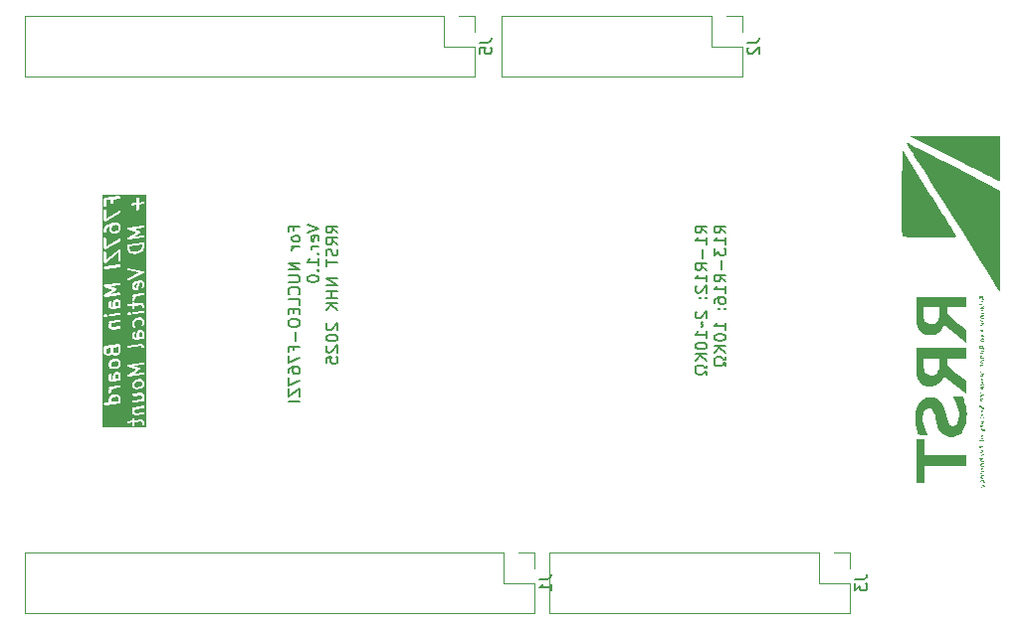
<source format=gbo>
G04 #@! TF.GenerationSoftware,KiCad,Pcbnew,8.0.4*
G04 #@! TF.CreationDate,2024-11-25T17:41:29+09:00*
G04 #@! TF.ProjectId,F767ZI_MB_V1.0,46373637-5a49-45f4-9d42-5f56312e302e,rev?*
G04 #@! TF.SameCoordinates,Original*
G04 #@! TF.FileFunction,Legend,Bot*
G04 #@! TF.FilePolarity,Positive*
%FSLAX46Y46*%
G04 Gerber Fmt 4.6, Leading zero omitted, Abs format (unit mm)*
G04 Created by KiCad (PCBNEW 8.0.4) date 2024-11-25 17:41:29*
%MOMM*%
%LPD*%
G01*
G04 APERTURE LIST*
%ADD10C,0.150000*%
%ADD11C,0.200000*%
%ADD12C,0.000000*%
%ADD13C,0.120000*%
%ADD14R,1.700000X1.700000*%
%ADD15O,1.700000X1.700000*%
%ADD16C,1.600000*%
%ADD17O,1.600000X1.600000*%
G04 APERTURE END LIST*
D10*
X135419875Y-93374207D02*
X134943684Y-93040874D01*
X135419875Y-92802779D02*
X134419875Y-92802779D01*
X134419875Y-92802779D02*
X134419875Y-93183731D01*
X134419875Y-93183731D02*
X134467494Y-93278969D01*
X134467494Y-93278969D02*
X134515113Y-93326588D01*
X134515113Y-93326588D02*
X134610351Y-93374207D01*
X134610351Y-93374207D02*
X134753208Y-93374207D01*
X134753208Y-93374207D02*
X134848446Y-93326588D01*
X134848446Y-93326588D02*
X134896065Y-93278969D01*
X134896065Y-93278969D02*
X134943684Y-93183731D01*
X134943684Y-93183731D02*
X134943684Y-92802779D01*
X135419875Y-94326588D02*
X135419875Y-93755160D01*
X135419875Y-94040874D02*
X134419875Y-94040874D01*
X134419875Y-94040874D02*
X134562732Y-93945636D01*
X134562732Y-93945636D02*
X134657970Y-93850398D01*
X134657970Y-93850398D02*
X134705589Y-93755160D01*
X135038922Y-94755160D02*
X135038922Y-95517065D01*
X135419875Y-96564683D02*
X134943684Y-96231350D01*
X135419875Y-95993255D02*
X134419875Y-95993255D01*
X134419875Y-95993255D02*
X134419875Y-96374207D01*
X134419875Y-96374207D02*
X134467494Y-96469445D01*
X134467494Y-96469445D02*
X134515113Y-96517064D01*
X134515113Y-96517064D02*
X134610351Y-96564683D01*
X134610351Y-96564683D02*
X134753208Y-96564683D01*
X134753208Y-96564683D02*
X134848446Y-96517064D01*
X134848446Y-96517064D02*
X134896065Y-96469445D01*
X134896065Y-96469445D02*
X134943684Y-96374207D01*
X134943684Y-96374207D02*
X134943684Y-95993255D01*
X135419875Y-97517064D02*
X135419875Y-96945636D01*
X135419875Y-97231350D02*
X134419875Y-97231350D01*
X134419875Y-97231350D02*
X134562732Y-97136112D01*
X134562732Y-97136112D02*
X134657970Y-97040874D01*
X134657970Y-97040874D02*
X134705589Y-96945636D01*
X134515113Y-97898017D02*
X134467494Y-97945636D01*
X134467494Y-97945636D02*
X134419875Y-98040874D01*
X134419875Y-98040874D02*
X134419875Y-98278969D01*
X134419875Y-98278969D02*
X134467494Y-98374207D01*
X134467494Y-98374207D02*
X134515113Y-98421826D01*
X134515113Y-98421826D02*
X134610351Y-98469445D01*
X134610351Y-98469445D02*
X134705589Y-98469445D01*
X134705589Y-98469445D02*
X134848446Y-98421826D01*
X134848446Y-98421826D02*
X135419875Y-97850398D01*
X135419875Y-97850398D02*
X135419875Y-98469445D01*
X135324636Y-98898017D02*
X135372256Y-98945636D01*
X135372256Y-98945636D02*
X135419875Y-98898017D01*
X135419875Y-98898017D02*
X135372256Y-98850398D01*
X135372256Y-98850398D02*
X135324636Y-98898017D01*
X135324636Y-98898017D02*
X135419875Y-98898017D01*
X134800827Y-98898017D02*
X134848446Y-98945636D01*
X134848446Y-98945636D02*
X134896065Y-98898017D01*
X134896065Y-98898017D02*
X134848446Y-98850398D01*
X134848446Y-98850398D02*
X134800827Y-98898017D01*
X134800827Y-98898017D02*
X134896065Y-98898017D01*
X134515113Y-100088493D02*
X134467494Y-100136112D01*
X134467494Y-100136112D02*
X134419875Y-100231350D01*
X134419875Y-100231350D02*
X134419875Y-100469445D01*
X134419875Y-100469445D02*
X134467494Y-100564683D01*
X134467494Y-100564683D02*
X134515113Y-100612302D01*
X134515113Y-100612302D02*
X134610351Y-100659921D01*
X134610351Y-100659921D02*
X134705589Y-100659921D01*
X134705589Y-100659921D02*
X134848446Y-100612302D01*
X134848446Y-100612302D02*
X135419875Y-100040874D01*
X135419875Y-100040874D02*
X135419875Y-100659921D01*
X135038922Y-100945636D02*
X134991303Y-100993255D01*
X134991303Y-100993255D02*
X134943684Y-101088493D01*
X134943684Y-101088493D02*
X135038922Y-101278969D01*
X135038922Y-101278969D02*
X134991303Y-101374207D01*
X134991303Y-101374207D02*
X134943684Y-101421826D01*
X135419875Y-102326588D02*
X135419875Y-101755160D01*
X135419875Y-102040874D02*
X134419875Y-102040874D01*
X134419875Y-102040874D02*
X134562732Y-101945636D01*
X134562732Y-101945636D02*
X134657970Y-101850398D01*
X134657970Y-101850398D02*
X134705589Y-101755160D01*
X134419875Y-102945636D02*
X134419875Y-103040874D01*
X134419875Y-103040874D02*
X134467494Y-103136112D01*
X134467494Y-103136112D02*
X134515113Y-103183731D01*
X134515113Y-103183731D02*
X134610351Y-103231350D01*
X134610351Y-103231350D02*
X134800827Y-103278969D01*
X134800827Y-103278969D02*
X135038922Y-103278969D01*
X135038922Y-103278969D02*
X135229398Y-103231350D01*
X135229398Y-103231350D02*
X135324636Y-103183731D01*
X135324636Y-103183731D02*
X135372256Y-103136112D01*
X135372256Y-103136112D02*
X135419875Y-103040874D01*
X135419875Y-103040874D02*
X135419875Y-102945636D01*
X135419875Y-102945636D02*
X135372256Y-102850398D01*
X135372256Y-102850398D02*
X135324636Y-102802779D01*
X135324636Y-102802779D02*
X135229398Y-102755160D01*
X135229398Y-102755160D02*
X135038922Y-102707541D01*
X135038922Y-102707541D02*
X134800827Y-102707541D01*
X134800827Y-102707541D02*
X134610351Y-102755160D01*
X134610351Y-102755160D02*
X134515113Y-102802779D01*
X134515113Y-102802779D02*
X134467494Y-102850398D01*
X134467494Y-102850398D02*
X134419875Y-102945636D01*
X135419875Y-103707541D02*
X134419875Y-103707541D01*
X135419875Y-104278969D02*
X134848446Y-103850398D01*
X134419875Y-104278969D02*
X134991303Y-103707541D01*
X135419875Y-104659922D02*
X135419875Y-104898017D01*
X135419875Y-104898017D02*
X135229398Y-104898017D01*
X135229398Y-104898017D02*
X135181779Y-104802779D01*
X135181779Y-104802779D02*
X135086541Y-104707541D01*
X135086541Y-104707541D02*
X134943684Y-104659922D01*
X134943684Y-104659922D02*
X134705589Y-104659922D01*
X134705589Y-104659922D02*
X134562732Y-104707541D01*
X134562732Y-104707541D02*
X134467494Y-104802779D01*
X134467494Y-104802779D02*
X134419875Y-104945636D01*
X134419875Y-104945636D02*
X134419875Y-105136112D01*
X134419875Y-105136112D02*
X134467494Y-105278969D01*
X134467494Y-105278969D02*
X134562732Y-105374207D01*
X134562732Y-105374207D02*
X134705589Y-105421826D01*
X134705589Y-105421826D02*
X134943684Y-105421826D01*
X134943684Y-105421826D02*
X135086541Y-105374207D01*
X135086541Y-105374207D02*
X135181779Y-105278969D01*
X135181779Y-105278969D02*
X135229398Y-105183731D01*
X135229398Y-105183731D02*
X135419875Y-105183731D01*
X135419875Y-105183731D02*
X135419875Y-105421826D01*
X137029819Y-93374207D02*
X136553628Y-93040874D01*
X137029819Y-92802779D02*
X136029819Y-92802779D01*
X136029819Y-92802779D02*
X136029819Y-93183731D01*
X136029819Y-93183731D02*
X136077438Y-93278969D01*
X136077438Y-93278969D02*
X136125057Y-93326588D01*
X136125057Y-93326588D02*
X136220295Y-93374207D01*
X136220295Y-93374207D02*
X136363152Y-93374207D01*
X136363152Y-93374207D02*
X136458390Y-93326588D01*
X136458390Y-93326588D02*
X136506009Y-93278969D01*
X136506009Y-93278969D02*
X136553628Y-93183731D01*
X136553628Y-93183731D02*
X136553628Y-92802779D01*
X137029819Y-94326588D02*
X137029819Y-93755160D01*
X137029819Y-94040874D02*
X136029819Y-94040874D01*
X136029819Y-94040874D02*
X136172676Y-93945636D01*
X136172676Y-93945636D02*
X136267914Y-93850398D01*
X136267914Y-93850398D02*
X136315533Y-93755160D01*
X136029819Y-94659922D02*
X136029819Y-95278969D01*
X136029819Y-95278969D02*
X136410771Y-94945636D01*
X136410771Y-94945636D02*
X136410771Y-95088493D01*
X136410771Y-95088493D02*
X136458390Y-95183731D01*
X136458390Y-95183731D02*
X136506009Y-95231350D01*
X136506009Y-95231350D02*
X136601247Y-95278969D01*
X136601247Y-95278969D02*
X136839342Y-95278969D01*
X136839342Y-95278969D02*
X136934580Y-95231350D01*
X136934580Y-95231350D02*
X136982200Y-95183731D01*
X136982200Y-95183731D02*
X137029819Y-95088493D01*
X137029819Y-95088493D02*
X137029819Y-94802779D01*
X137029819Y-94802779D02*
X136982200Y-94707541D01*
X136982200Y-94707541D02*
X136934580Y-94659922D01*
X136648866Y-95707541D02*
X136648866Y-96469446D01*
X137029819Y-97517064D02*
X136553628Y-97183731D01*
X137029819Y-96945636D02*
X136029819Y-96945636D01*
X136029819Y-96945636D02*
X136029819Y-97326588D01*
X136029819Y-97326588D02*
X136077438Y-97421826D01*
X136077438Y-97421826D02*
X136125057Y-97469445D01*
X136125057Y-97469445D02*
X136220295Y-97517064D01*
X136220295Y-97517064D02*
X136363152Y-97517064D01*
X136363152Y-97517064D02*
X136458390Y-97469445D01*
X136458390Y-97469445D02*
X136506009Y-97421826D01*
X136506009Y-97421826D02*
X136553628Y-97326588D01*
X136553628Y-97326588D02*
X136553628Y-96945636D01*
X137029819Y-98469445D02*
X137029819Y-97898017D01*
X137029819Y-98183731D02*
X136029819Y-98183731D01*
X136029819Y-98183731D02*
X136172676Y-98088493D01*
X136172676Y-98088493D02*
X136267914Y-97993255D01*
X136267914Y-97993255D02*
X136315533Y-97898017D01*
X136029819Y-99326588D02*
X136029819Y-99136112D01*
X136029819Y-99136112D02*
X136077438Y-99040874D01*
X136077438Y-99040874D02*
X136125057Y-98993255D01*
X136125057Y-98993255D02*
X136267914Y-98898017D01*
X136267914Y-98898017D02*
X136458390Y-98850398D01*
X136458390Y-98850398D02*
X136839342Y-98850398D01*
X136839342Y-98850398D02*
X136934580Y-98898017D01*
X136934580Y-98898017D02*
X136982200Y-98945636D01*
X136982200Y-98945636D02*
X137029819Y-99040874D01*
X137029819Y-99040874D02*
X137029819Y-99231350D01*
X137029819Y-99231350D02*
X136982200Y-99326588D01*
X136982200Y-99326588D02*
X136934580Y-99374207D01*
X136934580Y-99374207D02*
X136839342Y-99421826D01*
X136839342Y-99421826D02*
X136601247Y-99421826D01*
X136601247Y-99421826D02*
X136506009Y-99374207D01*
X136506009Y-99374207D02*
X136458390Y-99326588D01*
X136458390Y-99326588D02*
X136410771Y-99231350D01*
X136410771Y-99231350D02*
X136410771Y-99040874D01*
X136410771Y-99040874D02*
X136458390Y-98945636D01*
X136458390Y-98945636D02*
X136506009Y-98898017D01*
X136506009Y-98898017D02*
X136601247Y-98850398D01*
X136934580Y-99850398D02*
X136982200Y-99898017D01*
X136982200Y-99898017D02*
X137029819Y-99850398D01*
X137029819Y-99850398D02*
X136982200Y-99802779D01*
X136982200Y-99802779D02*
X136934580Y-99850398D01*
X136934580Y-99850398D02*
X137029819Y-99850398D01*
X136410771Y-99850398D02*
X136458390Y-99898017D01*
X136458390Y-99898017D02*
X136506009Y-99850398D01*
X136506009Y-99850398D02*
X136458390Y-99802779D01*
X136458390Y-99802779D02*
X136410771Y-99850398D01*
X136410771Y-99850398D02*
X136506009Y-99850398D01*
X137029819Y-101612302D02*
X137029819Y-101040874D01*
X137029819Y-101326588D02*
X136029819Y-101326588D01*
X136029819Y-101326588D02*
X136172676Y-101231350D01*
X136172676Y-101231350D02*
X136267914Y-101136112D01*
X136267914Y-101136112D02*
X136315533Y-101040874D01*
X136029819Y-102231350D02*
X136029819Y-102326588D01*
X136029819Y-102326588D02*
X136077438Y-102421826D01*
X136077438Y-102421826D02*
X136125057Y-102469445D01*
X136125057Y-102469445D02*
X136220295Y-102517064D01*
X136220295Y-102517064D02*
X136410771Y-102564683D01*
X136410771Y-102564683D02*
X136648866Y-102564683D01*
X136648866Y-102564683D02*
X136839342Y-102517064D01*
X136839342Y-102517064D02*
X136934580Y-102469445D01*
X136934580Y-102469445D02*
X136982200Y-102421826D01*
X136982200Y-102421826D02*
X137029819Y-102326588D01*
X137029819Y-102326588D02*
X137029819Y-102231350D01*
X137029819Y-102231350D02*
X136982200Y-102136112D01*
X136982200Y-102136112D02*
X136934580Y-102088493D01*
X136934580Y-102088493D02*
X136839342Y-102040874D01*
X136839342Y-102040874D02*
X136648866Y-101993255D01*
X136648866Y-101993255D02*
X136410771Y-101993255D01*
X136410771Y-101993255D02*
X136220295Y-102040874D01*
X136220295Y-102040874D02*
X136125057Y-102088493D01*
X136125057Y-102088493D02*
X136077438Y-102136112D01*
X136077438Y-102136112D02*
X136029819Y-102231350D01*
X137029819Y-102993255D02*
X136029819Y-102993255D01*
X137029819Y-103564683D02*
X136458390Y-103136112D01*
X136029819Y-103564683D02*
X136601247Y-102993255D01*
X137029819Y-103945636D02*
X137029819Y-104183731D01*
X137029819Y-104183731D02*
X136839342Y-104183731D01*
X136839342Y-104183731D02*
X136791723Y-104088493D01*
X136791723Y-104088493D02*
X136696485Y-103993255D01*
X136696485Y-103993255D02*
X136553628Y-103945636D01*
X136553628Y-103945636D02*
X136315533Y-103945636D01*
X136315533Y-103945636D02*
X136172676Y-103993255D01*
X136172676Y-103993255D02*
X136077438Y-104088493D01*
X136077438Y-104088493D02*
X136029819Y-104231350D01*
X136029819Y-104231350D02*
X136029819Y-104421826D01*
X136029819Y-104421826D02*
X136077438Y-104564683D01*
X136077438Y-104564683D02*
X136172676Y-104659921D01*
X136172676Y-104659921D02*
X136315533Y-104707540D01*
X136315533Y-104707540D02*
X136553628Y-104707540D01*
X136553628Y-104707540D02*
X136696485Y-104659921D01*
X136696485Y-104659921D02*
X136791723Y-104564683D01*
X136791723Y-104564683D02*
X136839342Y-104469445D01*
X136839342Y-104469445D02*
X137029819Y-104469445D01*
X137029819Y-104469445D02*
X137029819Y-104707540D01*
X100266121Y-93136112D02*
X100266121Y-92802779D01*
X100789931Y-92802779D02*
X99789931Y-92802779D01*
X99789931Y-92802779D02*
X99789931Y-93278969D01*
X100789931Y-93802779D02*
X100742312Y-93707541D01*
X100742312Y-93707541D02*
X100694692Y-93659922D01*
X100694692Y-93659922D02*
X100599454Y-93612303D01*
X100599454Y-93612303D02*
X100313740Y-93612303D01*
X100313740Y-93612303D02*
X100218502Y-93659922D01*
X100218502Y-93659922D02*
X100170883Y-93707541D01*
X100170883Y-93707541D02*
X100123264Y-93802779D01*
X100123264Y-93802779D02*
X100123264Y-93945636D01*
X100123264Y-93945636D02*
X100170883Y-94040874D01*
X100170883Y-94040874D02*
X100218502Y-94088493D01*
X100218502Y-94088493D02*
X100313740Y-94136112D01*
X100313740Y-94136112D02*
X100599454Y-94136112D01*
X100599454Y-94136112D02*
X100694692Y-94088493D01*
X100694692Y-94088493D02*
X100742312Y-94040874D01*
X100742312Y-94040874D02*
X100789931Y-93945636D01*
X100789931Y-93945636D02*
X100789931Y-93802779D01*
X100789931Y-94564684D02*
X100123264Y-94564684D01*
X100313740Y-94564684D02*
X100218502Y-94612303D01*
X100218502Y-94612303D02*
X100170883Y-94659922D01*
X100170883Y-94659922D02*
X100123264Y-94755160D01*
X100123264Y-94755160D02*
X100123264Y-94850398D01*
X100789931Y-95945637D02*
X99789931Y-95945637D01*
X99789931Y-95945637D02*
X100789931Y-96517065D01*
X100789931Y-96517065D02*
X99789931Y-96517065D01*
X99789931Y-96993256D02*
X100599454Y-96993256D01*
X100599454Y-96993256D02*
X100694692Y-97040875D01*
X100694692Y-97040875D02*
X100742312Y-97088494D01*
X100742312Y-97088494D02*
X100789931Y-97183732D01*
X100789931Y-97183732D02*
X100789931Y-97374208D01*
X100789931Y-97374208D02*
X100742312Y-97469446D01*
X100742312Y-97469446D02*
X100694692Y-97517065D01*
X100694692Y-97517065D02*
X100599454Y-97564684D01*
X100599454Y-97564684D02*
X99789931Y-97564684D01*
X100694692Y-98612303D02*
X100742312Y-98564684D01*
X100742312Y-98564684D02*
X100789931Y-98421827D01*
X100789931Y-98421827D02*
X100789931Y-98326589D01*
X100789931Y-98326589D02*
X100742312Y-98183732D01*
X100742312Y-98183732D02*
X100647073Y-98088494D01*
X100647073Y-98088494D02*
X100551835Y-98040875D01*
X100551835Y-98040875D02*
X100361359Y-97993256D01*
X100361359Y-97993256D02*
X100218502Y-97993256D01*
X100218502Y-97993256D02*
X100028026Y-98040875D01*
X100028026Y-98040875D02*
X99932788Y-98088494D01*
X99932788Y-98088494D02*
X99837550Y-98183732D01*
X99837550Y-98183732D02*
X99789931Y-98326589D01*
X99789931Y-98326589D02*
X99789931Y-98421827D01*
X99789931Y-98421827D02*
X99837550Y-98564684D01*
X99837550Y-98564684D02*
X99885169Y-98612303D01*
X100789931Y-99517065D02*
X100789931Y-99040875D01*
X100789931Y-99040875D02*
X99789931Y-99040875D01*
X100266121Y-99850399D02*
X100266121Y-100183732D01*
X100789931Y-100326589D02*
X100789931Y-99850399D01*
X100789931Y-99850399D02*
X99789931Y-99850399D01*
X99789931Y-99850399D02*
X99789931Y-100326589D01*
X99789931Y-100945637D02*
X99789931Y-101136113D01*
X99789931Y-101136113D02*
X99837550Y-101231351D01*
X99837550Y-101231351D02*
X99932788Y-101326589D01*
X99932788Y-101326589D02*
X100123264Y-101374208D01*
X100123264Y-101374208D02*
X100456597Y-101374208D01*
X100456597Y-101374208D02*
X100647073Y-101326589D01*
X100647073Y-101326589D02*
X100742312Y-101231351D01*
X100742312Y-101231351D02*
X100789931Y-101136113D01*
X100789931Y-101136113D02*
X100789931Y-100945637D01*
X100789931Y-100945637D02*
X100742312Y-100850399D01*
X100742312Y-100850399D02*
X100647073Y-100755161D01*
X100647073Y-100755161D02*
X100456597Y-100707542D01*
X100456597Y-100707542D02*
X100123264Y-100707542D01*
X100123264Y-100707542D02*
X99932788Y-100755161D01*
X99932788Y-100755161D02*
X99837550Y-100850399D01*
X99837550Y-100850399D02*
X99789931Y-100945637D01*
X100408978Y-101802780D02*
X100408978Y-102564685D01*
X100266121Y-103374208D02*
X100266121Y-103040875D01*
X100789931Y-103040875D02*
X99789931Y-103040875D01*
X99789931Y-103040875D02*
X99789931Y-103517065D01*
X99789931Y-103802780D02*
X99789931Y-104469446D01*
X99789931Y-104469446D02*
X100789931Y-104040875D01*
X99789931Y-105278970D02*
X99789931Y-105088494D01*
X99789931Y-105088494D02*
X99837550Y-104993256D01*
X99837550Y-104993256D02*
X99885169Y-104945637D01*
X99885169Y-104945637D02*
X100028026Y-104850399D01*
X100028026Y-104850399D02*
X100218502Y-104802780D01*
X100218502Y-104802780D02*
X100599454Y-104802780D01*
X100599454Y-104802780D02*
X100694692Y-104850399D01*
X100694692Y-104850399D02*
X100742312Y-104898018D01*
X100742312Y-104898018D02*
X100789931Y-104993256D01*
X100789931Y-104993256D02*
X100789931Y-105183732D01*
X100789931Y-105183732D02*
X100742312Y-105278970D01*
X100742312Y-105278970D02*
X100694692Y-105326589D01*
X100694692Y-105326589D02*
X100599454Y-105374208D01*
X100599454Y-105374208D02*
X100361359Y-105374208D01*
X100361359Y-105374208D02*
X100266121Y-105326589D01*
X100266121Y-105326589D02*
X100218502Y-105278970D01*
X100218502Y-105278970D02*
X100170883Y-105183732D01*
X100170883Y-105183732D02*
X100170883Y-104993256D01*
X100170883Y-104993256D02*
X100218502Y-104898018D01*
X100218502Y-104898018D02*
X100266121Y-104850399D01*
X100266121Y-104850399D02*
X100361359Y-104802780D01*
X99789931Y-105707542D02*
X99789931Y-106374208D01*
X99789931Y-106374208D02*
X100789931Y-105945637D01*
X99789931Y-106659923D02*
X99789931Y-107326589D01*
X99789931Y-107326589D02*
X100789931Y-106659923D01*
X100789931Y-106659923D02*
X100789931Y-107326589D01*
X100789931Y-107707542D02*
X99789931Y-107707542D01*
X101399875Y-92659922D02*
X102399875Y-92993255D01*
X102399875Y-92993255D02*
X101399875Y-93326588D01*
X102352256Y-94040874D02*
X102399875Y-93945636D01*
X102399875Y-93945636D02*
X102399875Y-93755160D01*
X102399875Y-93755160D02*
X102352256Y-93659922D01*
X102352256Y-93659922D02*
X102257017Y-93612303D01*
X102257017Y-93612303D02*
X101876065Y-93612303D01*
X101876065Y-93612303D02*
X101780827Y-93659922D01*
X101780827Y-93659922D02*
X101733208Y-93755160D01*
X101733208Y-93755160D02*
X101733208Y-93945636D01*
X101733208Y-93945636D02*
X101780827Y-94040874D01*
X101780827Y-94040874D02*
X101876065Y-94088493D01*
X101876065Y-94088493D02*
X101971303Y-94088493D01*
X101971303Y-94088493D02*
X102066541Y-93612303D01*
X102399875Y-94517065D02*
X101733208Y-94517065D01*
X101923684Y-94517065D02*
X101828446Y-94564684D01*
X101828446Y-94564684D02*
X101780827Y-94612303D01*
X101780827Y-94612303D02*
X101733208Y-94707541D01*
X101733208Y-94707541D02*
X101733208Y-94802779D01*
X102304636Y-95136113D02*
X102352256Y-95183732D01*
X102352256Y-95183732D02*
X102399875Y-95136113D01*
X102399875Y-95136113D02*
X102352256Y-95088494D01*
X102352256Y-95088494D02*
X102304636Y-95136113D01*
X102304636Y-95136113D02*
X102399875Y-95136113D01*
X102399875Y-96136112D02*
X102399875Y-95564684D01*
X102399875Y-95850398D02*
X101399875Y-95850398D01*
X101399875Y-95850398D02*
X101542732Y-95755160D01*
X101542732Y-95755160D02*
X101637970Y-95659922D01*
X101637970Y-95659922D02*
X101685589Y-95564684D01*
X102304636Y-96564684D02*
X102352256Y-96612303D01*
X102352256Y-96612303D02*
X102399875Y-96564684D01*
X102399875Y-96564684D02*
X102352256Y-96517065D01*
X102352256Y-96517065D02*
X102304636Y-96564684D01*
X102304636Y-96564684D02*
X102399875Y-96564684D01*
X101399875Y-97231350D02*
X101399875Y-97326588D01*
X101399875Y-97326588D02*
X101447494Y-97421826D01*
X101447494Y-97421826D02*
X101495113Y-97469445D01*
X101495113Y-97469445D02*
X101590351Y-97517064D01*
X101590351Y-97517064D02*
X101780827Y-97564683D01*
X101780827Y-97564683D02*
X102018922Y-97564683D01*
X102018922Y-97564683D02*
X102209398Y-97517064D01*
X102209398Y-97517064D02*
X102304636Y-97469445D01*
X102304636Y-97469445D02*
X102352256Y-97421826D01*
X102352256Y-97421826D02*
X102399875Y-97326588D01*
X102399875Y-97326588D02*
X102399875Y-97231350D01*
X102399875Y-97231350D02*
X102352256Y-97136112D01*
X102352256Y-97136112D02*
X102304636Y-97088493D01*
X102304636Y-97088493D02*
X102209398Y-97040874D01*
X102209398Y-97040874D02*
X102018922Y-96993255D01*
X102018922Y-96993255D02*
X101780827Y-96993255D01*
X101780827Y-96993255D02*
X101590351Y-97040874D01*
X101590351Y-97040874D02*
X101495113Y-97088493D01*
X101495113Y-97088493D02*
X101447494Y-97136112D01*
X101447494Y-97136112D02*
X101399875Y-97231350D01*
X104009819Y-93374207D02*
X103533628Y-93040874D01*
X104009819Y-92802779D02*
X103009819Y-92802779D01*
X103009819Y-92802779D02*
X103009819Y-93183731D01*
X103009819Y-93183731D02*
X103057438Y-93278969D01*
X103057438Y-93278969D02*
X103105057Y-93326588D01*
X103105057Y-93326588D02*
X103200295Y-93374207D01*
X103200295Y-93374207D02*
X103343152Y-93374207D01*
X103343152Y-93374207D02*
X103438390Y-93326588D01*
X103438390Y-93326588D02*
X103486009Y-93278969D01*
X103486009Y-93278969D02*
X103533628Y-93183731D01*
X103533628Y-93183731D02*
X103533628Y-92802779D01*
X104009819Y-94374207D02*
X103533628Y-94040874D01*
X104009819Y-93802779D02*
X103009819Y-93802779D01*
X103009819Y-93802779D02*
X103009819Y-94183731D01*
X103009819Y-94183731D02*
X103057438Y-94278969D01*
X103057438Y-94278969D02*
X103105057Y-94326588D01*
X103105057Y-94326588D02*
X103200295Y-94374207D01*
X103200295Y-94374207D02*
X103343152Y-94374207D01*
X103343152Y-94374207D02*
X103438390Y-94326588D01*
X103438390Y-94326588D02*
X103486009Y-94278969D01*
X103486009Y-94278969D02*
X103533628Y-94183731D01*
X103533628Y-94183731D02*
X103533628Y-93802779D01*
X103962200Y-94755160D02*
X104009819Y-94898017D01*
X104009819Y-94898017D02*
X104009819Y-95136112D01*
X104009819Y-95136112D02*
X103962200Y-95231350D01*
X103962200Y-95231350D02*
X103914580Y-95278969D01*
X103914580Y-95278969D02*
X103819342Y-95326588D01*
X103819342Y-95326588D02*
X103724104Y-95326588D01*
X103724104Y-95326588D02*
X103628866Y-95278969D01*
X103628866Y-95278969D02*
X103581247Y-95231350D01*
X103581247Y-95231350D02*
X103533628Y-95136112D01*
X103533628Y-95136112D02*
X103486009Y-94945636D01*
X103486009Y-94945636D02*
X103438390Y-94850398D01*
X103438390Y-94850398D02*
X103390771Y-94802779D01*
X103390771Y-94802779D02*
X103295533Y-94755160D01*
X103295533Y-94755160D02*
X103200295Y-94755160D01*
X103200295Y-94755160D02*
X103105057Y-94802779D01*
X103105057Y-94802779D02*
X103057438Y-94850398D01*
X103057438Y-94850398D02*
X103009819Y-94945636D01*
X103009819Y-94945636D02*
X103009819Y-95183731D01*
X103009819Y-95183731D02*
X103057438Y-95326588D01*
X103009819Y-95612303D02*
X103009819Y-96183731D01*
X104009819Y-95898017D02*
X103009819Y-95898017D01*
X104009819Y-97278970D02*
X103009819Y-97278970D01*
X103009819Y-97278970D02*
X104009819Y-97850398D01*
X104009819Y-97850398D02*
X103009819Y-97850398D01*
X104009819Y-98326589D02*
X103009819Y-98326589D01*
X103486009Y-98326589D02*
X103486009Y-98898017D01*
X104009819Y-98898017D02*
X103009819Y-98898017D01*
X104009819Y-99374208D02*
X103009819Y-99374208D01*
X104009819Y-99945636D02*
X103438390Y-99517065D01*
X103009819Y-99945636D02*
X103581247Y-99374208D01*
X103105057Y-101088494D02*
X103057438Y-101136113D01*
X103057438Y-101136113D02*
X103009819Y-101231351D01*
X103009819Y-101231351D02*
X103009819Y-101469446D01*
X103009819Y-101469446D02*
X103057438Y-101564684D01*
X103057438Y-101564684D02*
X103105057Y-101612303D01*
X103105057Y-101612303D02*
X103200295Y-101659922D01*
X103200295Y-101659922D02*
X103295533Y-101659922D01*
X103295533Y-101659922D02*
X103438390Y-101612303D01*
X103438390Y-101612303D02*
X104009819Y-101040875D01*
X104009819Y-101040875D02*
X104009819Y-101659922D01*
X103009819Y-102278970D02*
X103009819Y-102374208D01*
X103009819Y-102374208D02*
X103057438Y-102469446D01*
X103057438Y-102469446D02*
X103105057Y-102517065D01*
X103105057Y-102517065D02*
X103200295Y-102564684D01*
X103200295Y-102564684D02*
X103390771Y-102612303D01*
X103390771Y-102612303D02*
X103628866Y-102612303D01*
X103628866Y-102612303D02*
X103819342Y-102564684D01*
X103819342Y-102564684D02*
X103914580Y-102517065D01*
X103914580Y-102517065D02*
X103962200Y-102469446D01*
X103962200Y-102469446D02*
X104009819Y-102374208D01*
X104009819Y-102374208D02*
X104009819Y-102278970D01*
X104009819Y-102278970D02*
X103962200Y-102183732D01*
X103962200Y-102183732D02*
X103914580Y-102136113D01*
X103914580Y-102136113D02*
X103819342Y-102088494D01*
X103819342Y-102088494D02*
X103628866Y-102040875D01*
X103628866Y-102040875D02*
X103390771Y-102040875D01*
X103390771Y-102040875D02*
X103200295Y-102088494D01*
X103200295Y-102088494D02*
X103105057Y-102136113D01*
X103105057Y-102136113D02*
X103057438Y-102183732D01*
X103057438Y-102183732D02*
X103009819Y-102278970D01*
X103105057Y-102993256D02*
X103057438Y-103040875D01*
X103057438Y-103040875D02*
X103009819Y-103136113D01*
X103009819Y-103136113D02*
X103009819Y-103374208D01*
X103009819Y-103374208D02*
X103057438Y-103469446D01*
X103057438Y-103469446D02*
X103105057Y-103517065D01*
X103105057Y-103517065D02*
X103200295Y-103564684D01*
X103200295Y-103564684D02*
X103295533Y-103564684D01*
X103295533Y-103564684D02*
X103438390Y-103517065D01*
X103438390Y-103517065D02*
X104009819Y-102945637D01*
X104009819Y-102945637D02*
X104009819Y-103564684D01*
X103009819Y-104469446D02*
X103009819Y-103993256D01*
X103009819Y-103993256D02*
X103486009Y-103945637D01*
X103486009Y-103945637D02*
X103438390Y-103993256D01*
X103438390Y-103993256D02*
X103390771Y-104088494D01*
X103390771Y-104088494D02*
X103390771Y-104326589D01*
X103390771Y-104326589D02*
X103438390Y-104421827D01*
X103438390Y-104421827D02*
X103486009Y-104469446D01*
X103486009Y-104469446D02*
X103581247Y-104517065D01*
X103581247Y-104517065D02*
X103819342Y-104517065D01*
X103819342Y-104517065D02*
X103914580Y-104469446D01*
X103914580Y-104469446D02*
X103962200Y-104421827D01*
X103962200Y-104421827D02*
X104009819Y-104326589D01*
X104009819Y-104326589D02*
X104009819Y-104088494D01*
X104009819Y-104088494D02*
X103962200Y-103993256D01*
X103962200Y-103993256D02*
X103914580Y-103945637D01*
D11*
G36*
X85282993Y-107354640D02*
G01*
X85315046Y-107382685D01*
X85354193Y-107456088D01*
X85354193Y-107646830D01*
X85327632Y-107703271D01*
X84736244Y-107777195D01*
X84720860Y-107748349D01*
X84720860Y-107557608D01*
X84764717Y-107464411D01*
X84805099Y-107418982D01*
X84893248Y-107363888D01*
X85204054Y-107325037D01*
X85282993Y-107354640D01*
G37*
G36*
X87295423Y-106045119D02*
G01*
X87327476Y-106073164D01*
X87366623Y-106146567D01*
X87366623Y-106277785D01*
X87322767Y-106370979D01*
X87282384Y-106416409D01*
X87194234Y-106471503D01*
X86883428Y-106510354D01*
X86804490Y-106480752D01*
X86772436Y-106452704D01*
X86733290Y-106379305D01*
X86733290Y-106248087D01*
X86777147Y-106154890D01*
X86817529Y-106109461D01*
X86905678Y-106054367D01*
X87216484Y-106015516D01*
X87295423Y-106045119D01*
G37*
G36*
X85324203Y-105435570D02*
G01*
X85354193Y-105491801D01*
X85354193Y-105742068D01*
X85327632Y-105798509D01*
X85077427Y-105829785D01*
X85078003Y-105823945D01*
X85078003Y-105548680D01*
X85115479Y-105469041D01*
X85190867Y-105421924D01*
X85263578Y-105412835D01*
X85324203Y-105435570D01*
G37*
G36*
X85282993Y-104318926D02*
G01*
X85315046Y-104346971D01*
X85354193Y-104420374D01*
X85354193Y-104551592D01*
X85310337Y-104644786D01*
X85269954Y-104690216D01*
X85181804Y-104745310D01*
X84870998Y-104784161D01*
X84792060Y-104754559D01*
X84760006Y-104726511D01*
X84720860Y-104653112D01*
X84720860Y-104521894D01*
X84764717Y-104428697D01*
X84805099Y-104383268D01*
X84893248Y-104328174D01*
X85204054Y-104289323D01*
X85282993Y-104318926D01*
G37*
G36*
X84699431Y-103442961D02*
G01*
X84655575Y-103536155D01*
X84615192Y-103581585D01*
X84527042Y-103636679D01*
X84454331Y-103645768D01*
X84375394Y-103616166D01*
X84343339Y-103588118D01*
X84304193Y-103514719D01*
X84304193Y-103211330D01*
X84699431Y-103161925D01*
X84699431Y-103442961D01*
G37*
G36*
X85354193Y-103420640D02*
G01*
X85310337Y-103513834D01*
X85269954Y-103559264D01*
X85181804Y-103614358D01*
X85049570Y-103630887D01*
X84970632Y-103601285D01*
X84944714Y-103578607D01*
X84899431Y-103448418D01*
X84899431Y-103136925D01*
X85354193Y-103080080D01*
X85354193Y-103420640D01*
G37*
G36*
X87336633Y-101864145D02*
G01*
X87366623Y-101920376D01*
X87366623Y-102170643D01*
X87340062Y-102227084D01*
X87089857Y-102258360D01*
X87090433Y-102252520D01*
X87090433Y-101977255D01*
X87127909Y-101897616D01*
X87203297Y-101850499D01*
X87276008Y-101841410D01*
X87336633Y-101864145D01*
G37*
G36*
X85324203Y-99245095D02*
G01*
X85354193Y-99301326D01*
X85354193Y-99551593D01*
X85327632Y-99608034D01*
X85077427Y-99639310D01*
X85078003Y-99633470D01*
X85078003Y-99358205D01*
X85115479Y-99278566D01*
X85190867Y-99231449D01*
X85263578Y-99222360D01*
X85324203Y-99245095D01*
G37*
G36*
X86846631Y-98062572D02*
G01*
X86823904Y-98065413D01*
X86763280Y-98042678D01*
X86733290Y-97986447D01*
X86733290Y-97795705D01*
X86770766Y-97716067D01*
X86846154Y-97668950D01*
X86925368Y-97659048D01*
X86846631Y-98062572D01*
G37*
G36*
X87366623Y-94558334D02*
G01*
X87318303Y-94709333D01*
X87222861Y-94816706D01*
X87124506Y-94878177D01*
X86906822Y-94959809D01*
X86752337Y-94979120D01*
X86538328Y-94952369D01*
X86447347Y-94918251D01*
X86361906Y-94843489D01*
X86316623Y-94713300D01*
X86316623Y-94520855D01*
X87366623Y-94389605D01*
X87366623Y-94558334D01*
G37*
G36*
X85282993Y-92711785D02*
G01*
X85315046Y-92739830D01*
X85354193Y-92813233D01*
X85354193Y-93003975D01*
X85310337Y-93097169D01*
X85269954Y-93142599D01*
X85181804Y-93197693D01*
X84930522Y-93229103D01*
X84851584Y-93199501D01*
X84819531Y-93171454D01*
X84780384Y-93098054D01*
X84780384Y-92907313D01*
X84824242Y-92814114D01*
X84864623Y-92768685D01*
X84952772Y-92713593D01*
X85204054Y-92682182D01*
X85282993Y-92711785D01*
G37*
G36*
X87705512Y-109974605D02*
G01*
X83965304Y-109974605D01*
X83965304Y-109484908D01*
X86116882Y-109484908D01*
X86121721Y-109523624D01*
X86141009Y-109557542D01*
X86171808Y-109581497D01*
X86209430Y-109591842D01*
X86229026Y-109591329D01*
X86533290Y-109553296D01*
X86533290Y-109737637D01*
X86535211Y-109757146D01*
X86550143Y-109793194D01*
X86577733Y-109820784D01*
X86613781Y-109835716D01*
X86652799Y-109835716D01*
X86688847Y-109820784D01*
X86716437Y-109793194D01*
X86731369Y-109757146D01*
X86733290Y-109737637D01*
X86733290Y-109528296D01*
X87276009Y-109460456D01*
X87336632Y-109483190D01*
X87366623Y-109539423D01*
X87366623Y-109633470D01*
X87368544Y-109652979D01*
X87383476Y-109689027D01*
X87411066Y-109716617D01*
X87447114Y-109731549D01*
X87486132Y-109731549D01*
X87522180Y-109716617D01*
X87549770Y-109689027D01*
X87564702Y-109652979D01*
X87566623Y-109633470D01*
X87566623Y-109514423D01*
X87564702Y-109494914D01*
X87562821Y-109490373D01*
X87562344Y-109485482D01*
X87554858Y-109467365D01*
X87495336Y-109355757D01*
X87489395Y-109346848D01*
X87488314Y-109344469D01*
X87486973Y-109343216D01*
X87484460Y-109339447D01*
X87471793Y-109329033D01*
X87459804Y-109317830D01*
X87455735Y-109315829D01*
X87454321Y-109314667D01*
X87451823Y-109313906D01*
X87442212Y-109309182D01*
X87323164Y-109264540D01*
X87304222Y-109259489D01*
X87299653Y-109259644D01*
X87295245Y-109258432D01*
X87275649Y-109258945D01*
X86733290Y-109326739D01*
X86733290Y-109261446D01*
X86731369Y-109241937D01*
X86716437Y-109205889D01*
X86688847Y-109178299D01*
X86652799Y-109163367D01*
X86613781Y-109163367D01*
X86577733Y-109178299D01*
X86550143Y-109205889D01*
X86535211Y-109241937D01*
X86533290Y-109261446D01*
X86533290Y-109351739D01*
X86204220Y-109392873D01*
X86185100Y-109397199D01*
X86151182Y-109416487D01*
X86127227Y-109447286D01*
X86116882Y-109484908D01*
X83965304Y-109484908D01*
X83965304Y-108487637D01*
X86533290Y-108487637D01*
X86533290Y-108666209D01*
X86535211Y-108685718D01*
X86537091Y-108690258D01*
X86537569Y-108695150D01*
X86545055Y-108713268D01*
X86604579Y-108824875D01*
X86610515Y-108833778D01*
X86611599Y-108836161D01*
X86612941Y-108837414D01*
X86615455Y-108841185D01*
X86628122Y-108851599D01*
X86640109Y-108862800D01*
X86644177Y-108864800D01*
X86645594Y-108865965D01*
X86648094Y-108866725D01*
X86657701Y-108871449D01*
X86776748Y-108916092D01*
X86795689Y-108921143D01*
X86800259Y-108920987D01*
X86804668Y-108922200D01*
X86824265Y-108921687D01*
X87479027Y-108839841D01*
X87498147Y-108835515D01*
X87532065Y-108816227D01*
X87556019Y-108785428D01*
X87566365Y-108747806D01*
X87561525Y-108709089D01*
X87542237Y-108675172D01*
X87511438Y-108651217D01*
X87473816Y-108640872D01*
X87454220Y-108641385D01*
X86823904Y-108720175D01*
X86763280Y-108697440D01*
X86733290Y-108641209D01*
X86733290Y-108509991D01*
X86777147Y-108416794D01*
X86802080Y-108388745D01*
X87479026Y-108304127D01*
X87498146Y-108299801D01*
X87532064Y-108280513D01*
X87556019Y-108249714D01*
X87566364Y-108212092D01*
X87561525Y-108173375D01*
X87542237Y-108139458D01*
X87511438Y-108115503D01*
X87473816Y-108105158D01*
X87454219Y-108105671D01*
X86620886Y-108209838D01*
X86601766Y-108214164D01*
X86567849Y-108233452D01*
X86543894Y-108264251D01*
X86533549Y-108301873D01*
X86538388Y-108340590D01*
X86557676Y-108374507D01*
X86571096Y-108384944D01*
X86542808Y-108445057D01*
X86536239Y-108463527D01*
X86536126Y-108465918D01*
X86535211Y-108468128D01*
X86533290Y-108487637D01*
X83965304Y-108487637D01*
X83965304Y-107937287D01*
X84104452Y-107937287D01*
X84109291Y-107976004D01*
X84128579Y-108009921D01*
X84159378Y-108033876D01*
X84197000Y-108044221D01*
X84216596Y-108043708D01*
X85466597Y-107887458D01*
X85485717Y-107883132D01*
X85519634Y-107863844D01*
X85543589Y-107833045D01*
X85553935Y-107795423D01*
X85549095Y-107756706D01*
X85535103Y-107732102D01*
X85544675Y-107711763D01*
X85551244Y-107693293D01*
X85551356Y-107690901D01*
X85552272Y-107688692D01*
X85554193Y-107669183D01*
X85554193Y-107431088D01*
X85552272Y-107411579D01*
X85550391Y-107407038D01*
X85549914Y-107402147D01*
X85542428Y-107384030D01*
X85482906Y-107272422D01*
X85474813Y-107260285D01*
X85473937Y-107258514D01*
X85472883Y-107257391D01*
X85472030Y-107256112D01*
X85470504Y-107254858D01*
X85460520Y-107244222D01*
X85400996Y-107192139D01*
X85389342Y-107183807D01*
X85387850Y-107182413D01*
X85386383Y-107181691D01*
X85385049Y-107180738D01*
X85383107Y-107180081D01*
X85370258Y-107173764D01*
X85362677Y-107170921D01*
X86533549Y-107170921D01*
X86538388Y-107209638D01*
X86557676Y-107243555D01*
X86588475Y-107267510D01*
X86626097Y-107277855D01*
X86645693Y-107277342D01*
X87276009Y-107198552D01*
X87336632Y-107221286D01*
X87366623Y-107277519D01*
X87366623Y-107408737D01*
X87322767Y-107501931D01*
X87297834Y-107529981D01*
X86620886Y-107614600D01*
X86601766Y-107618926D01*
X86567849Y-107638214D01*
X86543894Y-107669013D01*
X86533549Y-107706635D01*
X86538388Y-107745352D01*
X86557676Y-107779269D01*
X86588475Y-107803224D01*
X86626097Y-107813569D01*
X86645694Y-107813056D01*
X87479026Y-107708889D01*
X87498146Y-107704563D01*
X87532064Y-107685275D01*
X87556019Y-107654476D01*
X87566364Y-107616854D01*
X87561525Y-107578137D01*
X87542237Y-107544220D01*
X87528817Y-107533782D01*
X87557105Y-107473670D01*
X87563674Y-107455200D01*
X87563786Y-107452808D01*
X87564702Y-107450599D01*
X87566623Y-107431090D01*
X87566623Y-107252519D01*
X87564702Y-107233010D01*
X87562821Y-107228469D01*
X87562344Y-107223578D01*
X87554858Y-107205461D01*
X87495336Y-107093853D01*
X87489395Y-107084944D01*
X87488314Y-107082565D01*
X87486973Y-107081312D01*
X87484460Y-107077543D01*
X87471793Y-107067129D01*
X87459804Y-107055926D01*
X87455735Y-107053925D01*
X87454321Y-107052763D01*
X87451823Y-107052002D01*
X87442212Y-107047278D01*
X87323164Y-107002636D01*
X87304222Y-106997585D01*
X87299653Y-106997740D01*
X87295245Y-106996528D01*
X87275648Y-106997041D01*
X86620887Y-107078886D01*
X86601766Y-107083212D01*
X86567849Y-107102500D01*
X86543894Y-107133299D01*
X86533549Y-107170921D01*
X85362677Y-107170921D01*
X85251210Y-107129121D01*
X85232269Y-107124070D01*
X85227699Y-107124225D01*
X85223291Y-107123013D01*
X85203694Y-107123526D01*
X84846551Y-107168169D01*
X84827431Y-107172495D01*
X84825595Y-107173538D01*
X84823516Y-107173887D01*
X84805955Y-107182597D01*
X84686908Y-107257002D01*
X84681670Y-107261039D01*
X84679564Y-107262061D01*
X84675630Y-107265695D01*
X84671382Y-107268971D01*
X84670021Y-107270879D01*
X84665167Y-107275365D01*
X84605643Y-107342329D01*
X84601694Y-107347761D01*
X84599947Y-107349352D01*
X84597231Y-107353903D01*
X84594118Y-107358187D01*
X84593344Y-107360417D01*
X84589902Y-107366186D01*
X84530378Y-107492674D01*
X84523809Y-107511144D01*
X84523696Y-107513535D01*
X84522781Y-107515745D01*
X84520860Y-107535254D01*
X84520860Y-107773349D01*
X84522781Y-107792858D01*
X84524661Y-107797398D01*
X84525139Y-107802290D01*
X84525647Y-107803519D01*
X84191790Y-107845252D01*
X84172669Y-107849578D01*
X84138752Y-107868866D01*
X84114797Y-107899665D01*
X84104452Y-107937287D01*
X83965304Y-107937287D01*
X83965304Y-106820968D01*
X84520860Y-106820968D01*
X84520860Y-106940016D01*
X84522781Y-106959525D01*
X84537713Y-106995573D01*
X84565303Y-107023163D01*
X84601351Y-107038095D01*
X84640369Y-107038095D01*
X84676417Y-107023163D01*
X84704007Y-106995573D01*
X84718939Y-106959525D01*
X84720860Y-106940016D01*
X84720860Y-106843322D01*
X84764717Y-106750125D01*
X84805099Y-106704696D01*
X84893248Y-106649602D01*
X85466596Y-106577934D01*
X85485716Y-106573608D01*
X85519634Y-106554320D01*
X85543589Y-106523521D01*
X85553934Y-106485899D01*
X85549095Y-106447182D01*
X85529807Y-106413265D01*
X85499008Y-106389310D01*
X85461386Y-106378965D01*
X85441789Y-106379478D01*
X84608456Y-106483645D01*
X84589336Y-106487971D01*
X84555419Y-106507259D01*
X84531464Y-106538058D01*
X84521119Y-106575680D01*
X84525958Y-106614397D01*
X84545246Y-106648314D01*
X84576045Y-106672269D01*
X84579827Y-106673308D01*
X84530378Y-106778388D01*
X84523809Y-106796858D01*
X84523696Y-106799249D01*
X84522781Y-106801459D01*
X84520860Y-106820968D01*
X83965304Y-106820968D01*
X83965304Y-106225733D01*
X86533290Y-106225733D01*
X86533290Y-106404305D01*
X86535211Y-106423814D01*
X86537091Y-106428354D01*
X86537569Y-106433246D01*
X86545055Y-106451364D01*
X86604579Y-106562971D01*
X86612669Y-106575104D01*
X86613547Y-106576878D01*
X86614601Y-106578001D01*
X86615455Y-106579281D01*
X86616979Y-106580534D01*
X86626964Y-106591170D01*
X86686488Y-106643253D01*
X86698137Y-106651581D01*
X86699633Y-106652979D01*
X86701103Y-106653701D01*
X86702435Y-106654654D01*
X86704373Y-106655309D01*
X86717225Y-106661628D01*
X86836272Y-106706271D01*
X86855213Y-106711322D01*
X86859783Y-106711166D01*
X86864192Y-106712379D01*
X86883789Y-106711866D01*
X87240931Y-106667223D01*
X87260051Y-106662897D01*
X87261884Y-106661854D01*
X87263966Y-106661506D01*
X87281528Y-106652795D01*
X87400576Y-106578390D01*
X87405809Y-106574355D01*
X87407920Y-106573332D01*
X87411861Y-106569689D01*
X87416101Y-106566421D01*
X87417459Y-106564516D01*
X87422317Y-106560027D01*
X87481841Y-106493063D01*
X87485791Y-106487627D01*
X87487537Y-106486039D01*
X87490249Y-106481493D01*
X87493366Y-106477205D01*
X87494140Y-106474972D01*
X87497582Y-106469205D01*
X87557105Y-106342718D01*
X87563674Y-106324248D01*
X87563786Y-106321856D01*
X87564702Y-106319647D01*
X87566623Y-106300138D01*
X87566623Y-106121567D01*
X87564702Y-106102058D01*
X87562821Y-106097517D01*
X87562344Y-106092626D01*
X87554858Y-106074509D01*
X87495336Y-105962901D01*
X87487243Y-105950764D01*
X87486367Y-105948993D01*
X87485313Y-105947870D01*
X87484460Y-105946591D01*
X87482934Y-105945337D01*
X87472950Y-105934701D01*
X87413426Y-105882618D01*
X87401772Y-105874286D01*
X87400280Y-105872892D01*
X87398813Y-105872170D01*
X87397479Y-105871217D01*
X87395537Y-105870560D01*
X87382688Y-105864243D01*
X87263640Y-105819600D01*
X87244699Y-105814549D01*
X87240129Y-105814704D01*
X87235721Y-105813492D01*
X87216124Y-105814005D01*
X86858981Y-105858648D01*
X86839861Y-105862974D01*
X86838025Y-105864017D01*
X86835946Y-105864366D01*
X86818385Y-105873076D01*
X86699338Y-105947481D01*
X86694100Y-105951518D01*
X86691994Y-105952540D01*
X86688060Y-105956174D01*
X86683812Y-105959450D01*
X86682451Y-105961358D01*
X86677597Y-105965844D01*
X86618073Y-106032808D01*
X86614124Y-106038240D01*
X86612377Y-106039831D01*
X86609661Y-106044382D01*
X86606548Y-106048666D01*
X86605774Y-106050896D01*
X86602332Y-106056665D01*
X86542808Y-106183153D01*
X86536239Y-106201623D01*
X86536126Y-106204014D01*
X86535211Y-106206224D01*
X86533290Y-106225733D01*
X83965304Y-106225733D01*
X83965304Y-105570968D01*
X84520860Y-105570968D01*
X84520860Y-105809064D01*
X84522781Y-105828573D01*
X84524661Y-105833113D01*
X84525139Y-105838005D01*
X84532625Y-105856123D01*
X84592149Y-105967730D01*
X84598085Y-105976633D01*
X84599169Y-105979016D01*
X84600511Y-105980269D01*
X84603025Y-105984040D01*
X84615692Y-105994454D01*
X84627679Y-106005655D01*
X84631747Y-106007655D01*
X84633164Y-106008820D01*
X84635664Y-106009580D01*
X84645271Y-106014304D01*
X84764318Y-106058947D01*
X84783259Y-106063998D01*
X84787829Y-106063842D01*
X84792238Y-106065055D01*
X84811835Y-106064542D01*
X85466597Y-105982696D01*
X85485717Y-105978370D01*
X85519635Y-105959082D01*
X85543589Y-105928283D01*
X85553935Y-105890661D01*
X85549095Y-105851944D01*
X85535103Y-105827340D01*
X85544675Y-105807001D01*
X85551244Y-105788531D01*
X85551356Y-105786139D01*
X85552272Y-105783930D01*
X85554193Y-105764421D01*
X85554193Y-105498532D01*
X86116773Y-105498532D01*
X86119404Y-105516999D01*
X86121721Y-105535531D01*
X86122154Y-105536293D01*
X86122278Y-105537160D01*
X86131788Y-105553234D01*
X86141009Y-105569448D01*
X86141699Y-105569984D01*
X86142146Y-105570740D01*
X86157076Y-105581944D01*
X86171808Y-105593403D01*
X86172653Y-105593635D01*
X86173354Y-105594161D01*
X86191423Y-105598796D01*
X86209430Y-105603748D01*
X86210603Y-105603717D01*
X86211148Y-105603857D01*
X86212471Y-105603668D01*
X86229026Y-105603235D01*
X87479027Y-105446985D01*
X87498147Y-105442659D01*
X87532064Y-105423371D01*
X87556019Y-105392572D01*
X87566365Y-105354950D01*
X87561525Y-105316233D01*
X87542237Y-105282316D01*
X87511438Y-105258361D01*
X87473816Y-105248016D01*
X87454220Y-105248529D01*
X86681560Y-105345111D01*
X87160401Y-105061798D01*
X87167838Y-105056347D01*
X87170198Y-105055190D01*
X87171615Y-105053579D01*
X87176213Y-105050211D01*
X87185627Y-105037666D01*
X87195983Y-105025906D01*
X87197260Y-105022166D01*
X87199634Y-105019004D01*
X87203530Y-105003814D01*
X87208598Y-104988983D01*
X87208347Y-104985039D01*
X87209330Y-104981209D01*
X87207116Y-104965679D01*
X87206123Y-104950044D01*
X87204383Y-104946498D01*
X87203825Y-104942581D01*
X87195839Y-104929084D01*
X87188936Y-104915015D01*
X87185968Y-104912402D01*
X87183956Y-104909001D01*
X87171421Y-104899594D01*
X87159651Y-104889230D01*
X87154465Y-104886868D01*
X87152749Y-104885580D01*
X87150201Y-104884926D01*
X87141811Y-104881105D01*
X86659023Y-104716152D01*
X87479027Y-104613652D01*
X87498147Y-104609326D01*
X87532064Y-104590038D01*
X87556019Y-104559239D01*
X87566365Y-104521617D01*
X87561525Y-104482900D01*
X87542237Y-104448983D01*
X87511438Y-104425028D01*
X87473816Y-104414683D01*
X87454220Y-104415196D01*
X86204220Y-104571446D01*
X86193527Y-104573865D01*
X86190933Y-104574030D01*
X86189336Y-104574813D01*
X86185099Y-104575772D01*
X86170732Y-104583941D01*
X86155904Y-104591218D01*
X86153864Y-104593534D01*
X86151182Y-104595060D01*
X86141043Y-104608094D01*
X86130119Y-104620502D01*
X86129120Y-104623424D01*
X86127227Y-104625859D01*
X86122848Y-104641780D01*
X86117504Y-104657425D01*
X86117699Y-104660506D01*
X86116882Y-104663481D01*
X86118930Y-104679874D01*
X86119979Y-104696364D01*
X86121338Y-104699133D01*
X86121721Y-104702198D01*
X86129890Y-104716564D01*
X86137167Y-104731393D01*
X86139483Y-104733432D01*
X86141009Y-104736115D01*
X86154043Y-104746253D01*
X86166451Y-104757178D01*
X86170405Y-104758978D01*
X86171808Y-104760070D01*
X86174313Y-104760759D01*
X86184291Y-104765303D01*
X86871763Y-105000189D01*
X86165702Y-105417943D01*
X86152341Y-105427733D01*
X86151182Y-105428393D01*
X86150837Y-105428835D01*
X86149890Y-105429530D01*
X86138685Y-105444460D01*
X86127227Y-105459192D01*
X86126994Y-105460037D01*
X86126469Y-105460738D01*
X86121833Y-105478807D01*
X86116882Y-105496814D01*
X86116990Y-105497683D01*
X86116773Y-105498532D01*
X85554193Y-105498532D01*
X85554193Y-105466802D01*
X85552272Y-105447293D01*
X85550391Y-105442752D01*
X85549914Y-105437862D01*
X85542429Y-105419744D01*
X85482906Y-105308137D01*
X85476965Y-105299228D01*
X85475884Y-105296849D01*
X85474543Y-105295596D01*
X85472030Y-105291827D01*
X85459355Y-105281405D01*
X85447374Y-105270211D01*
X85443310Y-105268213D01*
X85441891Y-105267046D01*
X85439385Y-105266283D01*
X85429782Y-105261562D01*
X85310734Y-105216919D01*
X85291793Y-105211868D01*
X85287223Y-105212023D01*
X85282815Y-105210811D01*
X85263218Y-105211324D01*
X85144171Y-105226205D01*
X85125050Y-105230531D01*
X85123216Y-105231573D01*
X85121136Y-105231922D01*
X85103575Y-105240633D01*
X84984527Y-105315037D01*
X84969002Y-105327006D01*
X84963764Y-105334349D01*
X84957090Y-105340423D01*
X84947045Y-105357257D01*
X84887521Y-105483746D01*
X84880952Y-105502217D01*
X84880839Y-105504607D01*
X84879924Y-105506817D01*
X84878003Y-105526326D01*
X84878003Y-105801590D01*
X84851441Y-105858034D01*
X84811474Y-105863030D01*
X84750850Y-105840295D01*
X84720860Y-105784064D01*
X84720860Y-105593322D01*
X84770866Y-105487060D01*
X84777435Y-105468590D01*
X84779273Y-105429615D01*
X84766057Y-105392903D01*
X84739798Y-105364043D01*
X84704494Y-105347429D01*
X84665519Y-105345591D01*
X84628807Y-105358807D01*
X84599947Y-105385066D01*
X84589902Y-105401900D01*
X84530378Y-105528388D01*
X84523809Y-105546858D01*
X84523696Y-105549249D01*
X84522781Y-105551459D01*
X84520860Y-105570968D01*
X83965304Y-105570968D01*
X83965304Y-104499540D01*
X84520860Y-104499540D01*
X84520860Y-104678112D01*
X84522781Y-104697621D01*
X84524661Y-104702161D01*
X84525139Y-104707053D01*
X84532625Y-104725171D01*
X84592149Y-104836778D01*
X84600239Y-104848911D01*
X84601117Y-104850685D01*
X84602171Y-104851808D01*
X84603025Y-104853088D01*
X84604549Y-104854341D01*
X84614534Y-104864977D01*
X84674058Y-104917060D01*
X84685707Y-104925388D01*
X84687203Y-104926786D01*
X84688673Y-104927508D01*
X84690005Y-104928461D01*
X84691943Y-104929116D01*
X84704795Y-104935435D01*
X84823842Y-104980078D01*
X84842783Y-104985129D01*
X84847353Y-104984973D01*
X84851762Y-104986186D01*
X84871359Y-104985673D01*
X85228501Y-104941030D01*
X85247621Y-104936704D01*
X85249454Y-104935661D01*
X85251536Y-104935313D01*
X85269098Y-104926602D01*
X85388146Y-104852197D01*
X85393379Y-104848162D01*
X85395490Y-104847139D01*
X85399431Y-104843496D01*
X85403671Y-104840228D01*
X85405029Y-104838323D01*
X85409887Y-104833834D01*
X85469411Y-104766870D01*
X85473361Y-104761434D01*
X85475107Y-104759846D01*
X85477819Y-104755300D01*
X85480936Y-104751012D01*
X85481710Y-104748779D01*
X85485152Y-104743012D01*
X85544675Y-104616525D01*
X85551244Y-104598055D01*
X85551356Y-104595663D01*
X85552272Y-104593454D01*
X85554193Y-104573945D01*
X85554193Y-104395374D01*
X85552272Y-104375865D01*
X85550391Y-104371324D01*
X85549914Y-104366433D01*
X85542428Y-104348316D01*
X85482906Y-104236708D01*
X85474813Y-104224571D01*
X85473937Y-104222800D01*
X85472883Y-104221677D01*
X85472030Y-104220398D01*
X85470504Y-104219144D01*
X85460520Y-104208508D01*
X85400996Y-104156425D01*
X85389342Y-104148093D01*
X85387850Y-104146699D01*
X85386383Y-104145977D01*
X85385049Y-104145024D01*
X85383107Y-104144367D01*
X85370258Y-104138050D01*
X85251210Y-104093407D01*
X85232269Y-104088356D01*
X85227699Y-104088511D01*
X85223291Y-104087299D01*
X85203694Y-104087812D01*
X84846551Y-104132455D01*
X84827431Y-104136781D01*
X84825595Y-104137824D01*
X84823516Y-104138173D01*
X84805955Y-104146883D01*
X84686908Y-104221288D01*
X84681670Y-104225325D01*
X84679564Y-104226347D01*
X84675630Y-104229981D01*
X84671382Y-104233257D01*
X84670021Y-104235165D01*
X84665167Y-104239651D01*
X84605643Y-104306615D01*
X84601694Y-104312047D01*
X84599947Y-104313638D01*
X84597231Y-104318189D01*
X84594118Y-104322473D01*
X84593344Y-104324703D01*
X84589902Y-104330472D01*
X84530378Y-104456960D01*
X84523809Y-104475430D01*
X84523696Y-104477821D01*
X84522781Y-104480031D01*
X84520860Y-104499540D01*
X83965304Y-104499540D01*
X83965304Y-103123052D01*
X84104193Y-103123052D01*
X84104193Y-103539719D01*
X84106114Y-103559228D01*
X84107994Y-103563768D01*
X84108472Y-103568660D01*
X84115958Y-103586778D01*
X84175482Y-103698385D01*
X84183572Y-103710518D01*
X84184450Y-103712292D01*
X84185504Y-103713415D01*
X84186358Y-103714695D01*
X84187882Y-103715948D01*
X84197867Y-103726584D01*
X84257391Y-103778667D01*
X84269039Y-103786995D01*
X84270536Y-103788393D01*
X84272005Y-103789115D01*
X84273338Y-103790068D01*
X84275277Y-103790723D01*
X84288129Y-103797042D01*
X84407176Y-103841685D01*
X84426118Y-103846736D01*
X84430687Y-103846580D01*
X84435096Y-103847793D01*
X84454693Y-103847280D01*
X84573739Y-103832399D01*
X84592859Y-103828073D01*
X84594692Y-103827030D01*
X84596774Y-103826682D01*
X84614336Y-103817971D01*
X84733384Y-103743566D01*
X84738617Y-103739531D01*
X84740728Y-103738508D01*
X84744669Y-103734865D01*
X84748909Y-103731597D01*
X84750267Y-103729692D01*
X84755125Y-103725203D01*
X84779760Y-103697488D01*
X84793105Y-103711703D01*
X84852629Y-103763786D01*
X84864277Y-103772114D01*
X84865774Y-103773512D01*
X84867243Y-103774234D01*
X84868576Y-103775187D01*
X84870515Y-103775842D01*
X84883367Y-103782161D01*
X85002414Y-103826804D01*
X85021356Y-103831855D01*
X85025925Y-103831699D01*
X85030334Y-103832912D01*
X85049930Y-103832399D01*
X85228502Y-103810078D01*
X85247622Y-103805752D01*
X85249455Y-103804709D01*
X85251536Y-103804361D01*
X85269098Y-103795650D01*
X85388146Y-103721245D01*
X85393379Y-103717210D01*
X85395490Y-103716187D01*
X85399431Y-103712544D01*
X85403671Y-103709276D01*
X85405029Y-103707371D01*
X85409887Y-103702882D01*
X85469411Y-103635918D01*
X85473361Y-103630482D01*
X85475107Y-103628894D01*
X85477819Y-103624348D01*
X85480936Y-103620060D01*
X85481710Y-103617827D01*
X85485152Y-103612060D01*
X85544675Y-103485573D01*
X85551244Y-103467103D01*
X85551356Y-103464711D01*
X85552272Y-103462502D01*
X85554193Y-103442993D01*
X85554193Y-103056338D01*
X86116882Y-103056338D01*
X86121721Y-103095054D01*
X86141009Y-103128972D01*
X86171808Y-103152927D01*
X86209430Y-103163272D01*
X86229026Y-103162759D01*
X87276009Y-103031886D01*
X87336632Y-103054620D01*
X87378387Y-103132911D01*
X87389263Y-103149221D01*
X87419401Y-103174001D01*
X87456729Y-103185362D01*
X87495563Y-103181574D01*
X87529991Y-103163213D01*
X87554771Y-103133074D01*
X87566132Y-103095746D01*
X87562344Y-103056912D01*
X87554858Y-103038795D01*
X87495336Y-102927187D01*
X87489395Y-102918278D01*
X87488314Y-102915899D01*
X87486973Y-102914646D01*
X87484460Y-102910877D01*
X87471793Y-102900463D01*
X87459804Y-102889260D01*
X87455735Y-102887259D01*
X87454321Y-102886097D01*
X87451823Y-102885336D01*
X87442212Y-102880612D01*
X87323164Y-102835970D01*
X87304222Y-102830919D01*
X87299653Y-102831074D01*
X87295245Y-102829862D01*
X87275649Y-102830375D01*
X86204220Y-102964303D01*
X86185100Y-102968629D01*
X86151182Y-102987917D01*
X86127227Y-103018716D01*
X86116882Y-103056338D01*
X85554193Y-103056338D01*
X85554193Y-102966802D01*
X85552272Y-102947293D01*
X85549872Y-102941501D01*
X85549095Y-102935278D01*
X85542468Y-102923624D01*
X85537340Y-102911245D01*
X85532906Y-102906811D01*
X85529807Y-102901361D01*
X85519227Y-102893132D01*
X85509750Y-102883655D01*
X85503957Y-102881255D01*
X85499008Y-102877406D01*
X85486086Y-102873852D01*
X85473702Y-102868723D01*
X85467430Y-102868723D01*
X85461386Y-102867061D01*
X85441790Y-102867574D01*
X84191790Y-103023824D01*
X84186711Y-103024973D01*
X84184684Y-103024973D01*
X84182243Y-103025983D01*
X84172669Y-103028150D01*
X84161015Y-103034776D01*
X84148636Y-103039905D01*
X84144202Y-103044338D01*
X84138752Y-103047438D01*
X84130523Y-103058017D01*
X84121046Y-103067495D01*
X84118646Y-103073287D01*
X84114797Y-103078237D01*
X84111243Y-103091158D01*
X84106114Y-103103543D01*
X84105151Y-103113313D01*
X84104452Y-103115859D01*
X84104703Y-103117869D01*
X84104193Y-103123052D01*
X83965304Y-103123052D01*
X83965304Y-101999543D01*
X86533290Y-101999543D01*
X86533290Y-102237639D01*
X86535211Y-102257148D01*
X86537091Y-102261688D01*
X86537569Y-102266580D01*
X86545055Y-102284698D01*
X86604579Y-102396305D01*
X86610515Y-102405208D01*
X86611599Y-102407591D01*
X86612941Y-102408844D01*
X86615455Y-102412615D01*
X86628122Y-102423029D01*
X86640109Y-102434230D01*
X86644177Y-102436230D01*
X86645594Y-102437395D01*
X86648094Y-102438155D01*
X86657701Y-102442879D01*
X86776748Y-102487522D01*
X86795689Y-102492573D01*
X86800259Y-102492417D01*
X86804668Y-102493630D01*
X86824265Y-102493117D01*
X87479027Y-102411271D01*
X87498147Y-102406945D01*
X87532065Y-102387657D01*
X87556019Y-102356858D01*
X87566365Y-102319236D01*
X87561525Y-102280519D01*
X87547533Y-102255915D01*
X87557105Y-102235576D01*
X87563674Y-102217106D01*
X87563786Y-102214714D01*
X87564702Y-102212505D01*
X87566623Y-102192996D01*
X87566623Y-101895377D01*
X87564702Y-101875868D01*
X87562821Y-101871327D01*
X87562344Y-101866437D01*
X87554859Y-101848319D01*
X87495336Y-101736712D01*
X87489395Y-101727803D01*
X87488314Y-101725424D01*
X87486973Y-101724171D01*
X87484460Y-101720402D01*
X87471785Y-101709980D01*
X87459804Y-101698786D01*
X87455740Y-101696788D01*
X87454321Y-101695621D01*
X87451815Y-101694858D01*
X87442212Y-101690137D01*
X87323164Y-101645494D01*
X87304223Y-101640443D01*
X87299653Y-101640598D01*
X87295245Y-101639386D01*
X87275648Y-101639899D01*
X87156601Y-101654780D01*
X87137480Y-101659106D01*
X87135646Y-101660148D01*
X87133566Y-101660497D01*
X87116005Y-101669208D01*
X86996957Y-101743612D01*
X86981432Y-101755581D01*
X86976194Y-101762924D01*
X86969520Y-101768998D01*
X86959475Y-101785832D01*
X86899951Y-101912321D01*
X86893382Y-101930792D01*
X86893269Y-101933182D01*
X86892354Y-101935392D01*
X86890433Y-101954901D01*
X86890433Y-102230165D01*
X86863871Y-102286609D01*
X86823904Y-102291605D01*
X86763280Y-102268870D01*
X86733290Y-102212639D01*
X86733290Y-102021897D01*
X86783296Y-101915635D01*
X86789865Y-101897165D01*
X86791703Y-101858190D01*
X86778487Y-101821478D01*
X86752228Y-101792618D01*
X86716924Y-101776004D01*
X86677949Y-101774166D01*
X86641237Y-101787382D01*
X86612377Y-101813641D01*
X86602332Y-101830475D01*
X86542808Y-101956963D01*
X86536239Y-101975433D01*
X86536126Y-101977824D01*
X86535211Y-101980034D01*
X86533290Y-101999543D01*
X83965304Y-101999543D01*
X83965304Y-101166207D01*
X84520860Y-101166207D01*
X84520860Y-101344779D01*
X84522781Y-101364288D01*
X84524661Y-101368828D01*
X84525139Y-101373720D01*
X84532625Y-101391838D01*
X84592149Y-101503445D01*
X84598085Y-101512348D01*
X84599169Y-101514731D01*
X84600511Y-101515984D01*
X84603025Y-101519755D01*
X84615692Y-101530169D01*
X84627679Y-101541370D01*
X84631747Y-101543370D01*
X84633164Y-101544535D01*
X84635664Y-101545295D01*
X84645271Y-101550019D01*
X84764318Y-101594662D01*
X84783259Y-101599713D01*
X84787829Y-101599557D01*
X84792238Y-101600770D01*
X84811835Y-101600257D01*
X85466597Y-101518411D01*
X85485717Y-101514085D01*
X85519635Y-101494797D01*
X85543589Y-101463998D01*
X85553935Y-101426376D01*
X85549095Y-101387659D01*
X85529807Y-101353742D01*
X85499008Y-101329787D01*
X85461386Y-101319442D01*
X85441790Y-101319955D01*
X84811474Y-101398745D01*
X84750850Y-101376010D01*
X84720860Y-101319779D01*
X84720860Y-101188561D01*
X84764717Y-101095364D01*
X84789650Y-101067315D01*
X85427068Y-100987638D01*
X86533290Y-100987638D01*
X86533290Y-101225733D01*
X86535211Y-101245242D01*
X86537091Y-101249782D01*
X86537569Y-101254674D01*
X86545055Y-101272792D01*
X86604579Y-101384400D01*
X86615454Y-101400710D01*
X86645593Y-101425490D01*
X86682921Y-101436851D01*
X86721755Y-101433062D01*
X86756183Y-101414701D01*
X86780963Y-101384562D01*
X86792323Y-101347234D01*
X86788535Y-101308400D01*
X86781049Y-101290282D01*
X86733290Y-101200733D01*
X86733290Y-101009992D01*
X86777147Y-100916795D01*
X86817529Y-100871366D01*
X86905678Y-100816272D01*
X87216484Y-100777421D01*
X87295423Y-100807024D01*
X87327476Y-100835069D01*
X87366623Y-100908472D01*
X87366623Y-101099214D01*
X87316618Y-101205476D01*
X87310049Y-101223946D01*
X87308211Y-101262921D01*
X87321427Y-101299632D01*
X87347687Y-101328492D01*
X87382991Y-101345106D01*
X87421966Y-101346944D01*
X87458677Y-101333728D01*
X87487537Y-101307468D01*
X87497582Y-101290634D01*
X87557105Y-101164147D01*
X87563674Y-101145677D01*
X87563786Y-101143285D01*
X87564702Y-101141076D01*
X87566623Y-101121567D01*
X87566623Y-100883472D01*
X87564702Y-100863963D01*
X87562821Y-100859422D01*
X87562344Y-100854531D01*
X87554858Y-100836414D01*
X87495336Y-100724806D01*
X87487243Y-100712669D01*
X87486367Y-100710898D01*
X87485313Y-100709775D01*
X87484460Y-100708496D01*
X87482934Y-100707242D01*
X87472950Y-100696606D01*
X87413426Y-100644523D01*
X87401772Y-100636191D01*
X87400280Y-100634797D01*
X87398813Y-100634075D01*
X87397479Y-100633122D01*
X87395537Y-100632465D01*
X87382688Y-100626148D01*
X87263640Y-100581505D01*
X87244699Y-100576454D01*
X87240129Y-100576609D01*
X87235721Y-100575397D01*
X87216124Y-100575910D01*
X86858981Y-100620553D01*
X86839861Y-100624879D01*
X86838025Y-100625922D01*
X86835946Y-100626271D01*
X86818385Y-100634981D01*
X86699338Y-100709386D01*
X86694100Y-100713423D01*
X86691994Y-100714445D01*
X86688060Y-100718079D01*
X86683812Y-100721355D01*
X86682451Y-100723263D01*
X86677597Y-100727749D01*
X86618073Y-100794713D01*
X86614124Y-100800145D01*
X86612377Y-100801736D01*
X86609661Y-100806287D01*
X86606548Y-100810571D01*
X86605774Y-100812801D01*
X86602332Y-100818570D01*
X86542808Y-100945058D01*
X86536239Y-100963528D01*
X86536126Y-100965919D01*
X86535211Y-100968129D01*
X86533290Y-100987638D01*
X85427068Y-100987638D01*
X85466596Y-100982697D01*
X85485716Y-100978371D01*
X85519634Y-100959083D01*
X85543589Y-100928284D01*
X85553934Y-100890662D01*
X85549095Y-100851945D01*
X85529807Y-100818028D01*
X85499008Y-100794073D01*
X85461386Y-100783728D01*
X85441789Y-100784241D01*
X84608456Y-100888408D01*
X84589336Y-100892734D01*
X84555419Y-100912022D01*
X84531464Y-100942821D01*
X84521119Y-100980443D01*
X84525958Y-101019160D01*
X84545246Y-101053077D01*
X84558666Y-101063514D01*
X84530378Y-101123627D01*
X84523809Y-101142097D01*
X84523696Y-101144488D01*
X84522781Y-101146698D01*
X84520860Y-101166207D01*
X83965304Y-101166207D01*
X83965304Y-100437288D01*
X84104452Y-100437288D01*
X84106472Y-100453454D01*
X84107429Y-100469715D01*
X84107603Y-100470075D01*
X84107630Y-100470471D01*
X84108927Y-100473094D01*
X84109291Y-100476005D01*
X84117343Y-100490165D01*
X84124451Y-100504825D01*
X84124749Y-100505090D01*
X84124926Y-100505447D01*
X84127736Y-100508441D01*
X84128579Y-100509922D01*
X84130609Y-100511501D01*
X84138343Y-100519739D01*
X84197867Y-100571822D01*
X84212618Y-100582368D01*
X84213138Y-100582830D01*
X84213383Y-100582915D01*
X84213814Y-100583223D01*
X84231948Y-100589355D01*
X84250001Y-100595619D01*
X84250398Y-100595595D01*
X84250775Y-100595723D01*
X84269795Y-100594454D01*
X84288951Y-100593328D01*
X84289311Y-100593153D01*
X84289707Y-100593127D01*
X84306761Y-100584693D01*
X84324061Y-100576306D01*
X84324451Y-100575944D01*
X84324682Y-100575831D01*
X84325134Y-100575314D01*
X84338458Y-100563001D01*
X84397982Y-100496037D01*
X84409507Y-100480179D01*
X84409637Y-100479803D01*
X84409900Y-100479503D01*
X84410839Y-100476724D01*
X84412636Y-100474415D01*
X84416953Y-100458716D01*
X84422296Y-100443316D01*
X84422272Y-100442917D01*
X84422400Y-100442541D01*
X84422205Y-100439618D01*
X84422982Y-100436793D01*
X84420961Y-100420633D01*
X84420005Y-100404366D01*
X84419830Y-100404006D01*
X84419804Y-100403609D01*
X84418505Y-100400982D01*
X84418142Y-100398077D01*
X84410822Y-100385205D01*
X84521119Y-100385205D01*
X84525958Y-100423922D01*
X84545246Y-100457839D01*
X84576045Y-100481794D01*
X84613667Y-100492139D01*
X84633264Y-100491626D01*
X85466596Y-100387459D01*
X85485716Y-100383133D01*
X85519634Y-100363845D01*
X85543589Y-100333046D01*
X85553934Y-100295424D01*
X85549346Y-100258719D01*
X86116882Y-100258719D01*
X86118902Y-100274885D01*
X86119859Y-100291146D01*
X86120033Y-100291506D01*
X86120060Y-100291902D01*
X86121357Y-100294525D01*
X86121721Y-100297436D01*
X86129773Y-100311596D01*
X86136881Y-100326256D01*
X86137179Y-100326521D01*
X86137356Y-100326878D01*
X86140166Y-100329872D01*
X86141009Y-100331353D01*
X86143039Y-100332932D01*
X86150773Y-100341170D01*
X86210297Y-100393253D01*
X86225048Y-100403799D01*
X86225568Y-100404261D01*
X86225813Y-100404346D01*
X86226244Y-100404654D01*
X86244378Y-100410786D01*
X86262431Y-100417050D01*
X86262828Y-100417026D01*
X86263205Y-100417154D01*
X86282225Y-100415885D01*
X86301381Y-100414759D01*
X86301741Y-100414584D01*
X86302137Y-100414558D01*
X86319191Y-100406124D01*
X86336491Y-100397737D01*
X86336881Y-100397375D01*
X86337112Y-100397262D01*
X86337564Y-100396745D01*
X86350888Y-100384432D01*
X86410412Y-100317468D01*
X86421937Y-100301610D01*
X86422067Y-100301234D01*
X86422330Y-100300934D01*
X86423269Y-100298155D01*
X86425066Y-100295846D01*
X86429383Y-100280147D01*
X86434726Y-100264747D01*
X86434702Y-100264348D01*
X86434830Y-100263972D01*
X86434635Y-100261049D01*
X86435412Y-100258224D01*
X86433391Y-100242064D01*
X86432435Y-100225797D01*
X86432260Y-100225437D01*
X86432234Y-100225040D01*
X86430935Y-100222413D01*
X86430572Y-100219508D01*
X86423252Y-100206636D01*
X86533549Y-100206636D01*
X86538388Y-100245353D01*
X86557676Y-100279270D01*
X86588475Y-100303225D01*
X86626097Y-100313570D01*
X86645694Y-100313057D01*
X87479026Y-100208890D01*
X87498146Y-100204564D01*
X87532064Y-100185276D01*
X87556019Y-100154477D01*
X87566364Y-100116855D01*
X87561525Y-100078138D01*
X87542237Y-100044221D01*
X87511438Y-100020266D01*
X87473816Y-100009921D01*
X87454219Y-100010434D01*
X86620886Y-100114601D01*
X86601766Y-100118927D01*
X86567849Y-100138215D01*
X86543894Y-100169014D01*
X86533549Y-100206636D01*
X86423252Y-100206636D01*
X86422524Y-100205355D01*
X86415412Y-100190687D01*
X86415115Y-100190423D01*
X86414938Y-100190065D01*
X86412124Y-100187068D01*
X86411284Y-100185590D01*
X86409256Y-100184013D01*
X86401521Y-100175773D01*
X86341997Y-100123690D01*
X86327245Y-100113143D01*
X86326726Y-100112682D01*
X86326480Y-100112596D01*
X86326050Y-100112289D01*
X86307934Y-100106162D01*
X86289863Y-100099893D01*
X86289464Y-100099916D01*
X86289088Y-100099789D01*
X86270064Y-100101057D01*
X86250913Y-100102184D01*
X86250552Y-100102358D01*
X86250157Y-100102385D01*
X86233024Y-100110856D01*
X86215803Y-100119207D01*
X86215415Y-100119564D01*
X86215181Y-100119681D01*
X86214720Y-100120207D01*
X86201406Y-100132511D01*
X86141882Y-100199475D01*
X86130357Y-100215333D01*
X86130226Y-100215708D01*
X86129964Y-100216009D01*
X86129025Y-100218785D01*
X86127227Y-100221097D01*
X86122908Y-100236803D01*
X86117568Y-100252196D01*
X86117591Y-100252594D01*
X86117464Y-100252971D01*
X86117658Y-100255893D01*
X86116882Y-100258719D01*
X85549346Y-100258719D01*
X85549095Y-100256707D01*
X85529807Y-100222790D01*
X85499008Y-100198835D01*
X85461386Y-100188490D01*
X85441789Y-100189003D01*
X84608456Y-100293170D01*
X84589336Y-100297496D01*
X84555419Y-100316784D01*
X84531464Y-100347583D01*
X84521119Y-100385205D01*
X84410822Y-100385205D01*
X84410094Y-100383924D01*
X84402982Y-100369256D01*
X84402685Y-100368992D01*
X84402508Y-100368634D01*
X84399694Y-100365637D01*
X84398854Y-100364159D01*
X84396826Y-100362582D01*
X84389091Y-100354342D01*
X84329567Y-100302259D01*
X84314815Y-100291712D01*
X84314296Y-100291251D01*
X84314050Y-100291165D01*
X84313620Y-100290858D01*
X84295504Y-100284731D01*
X84277433Y-100278462D01*
X84277034Y-100278485D01*
X84276658Y-100278358D01*
X84257634Y-100279626D01*
X84238483Y-100280753D01*
X84238122Y-100280927D01*
X84237727Y-100280954D01*
X84220594Y-100289425D01*
X84203373Y-100297776D01*
X84202985Y-100298133D01*
X84202751Y-100298250D01*
X84202290Y-100298776D01*
X84188976Y-100311080D01*
X84129452Y-100378044D01*
X84117927Y-100393902D01*
X84117796Y-100394277D01*
X84117534Y-100394578D01*
X84116595Y-100397354D01*
X84114797Y-100399666D01*
X84110478Y-100415372D01*
X84105138Y-100430765D01*
X84105161Y-100431163D01*
X84105034Y-100431540D01*
X84105228Y-100434462D01*
X84104452Y-100437288D01*
X83965304Y-100437288D01*
X83965304Y-99380493D01*
X84520860Y-99380493D01*
X84520860Y-99618589D01*
X84522781Y-99638098D01*
X84524661Y-99642638D01*
X84525139Y-99647530D01*
X84532625Y-99665648D01*
X84592149Y-99777255D01*
X84598085Y-99786158D01*
X84599169Y-99788541D01*
X84600511Y-99789794D01*
X84603025Y-99793565D01*
X84615692Y-99803979D01*
X84627679Y-99815180D01*
X84631747Y-99817180D01*
X84633164Y-99818345D01*
X84635664Y-99819105D01*
X84645271Y-99823829D01*
X84764318Y-99868472D01*
X84783259Y-99873523D01*
X84787829Y-99873367D01*
X84792238Y-99874580D01*
X84811835Y-99874067D01*
X85466597Y-99792221D01*
X85485717Y-99787895D01*
X85519635Y-99768607D01*
X85543589Y-99737808D01*
X85553935Y-99700186D01*
X85549095Y-99661469D01*
X85535103Y-99636865D01*
X85544675Y-99616526D01*
X85551244Y-99598056D01*
X85551356Y-99595664D01*
X85552272Y-99593455D01*
X85554193Y-99573946D01*
X85554193Y-99544433D01*
X86116882Y-99544433D01*
X86121721Y-99583149D01*
X86141009Y-99617067D01*
X86171808Y-99641022D01*
X86209430Y-99651367D01*
X86229026Y-99650854D01*
X86533290Y-99612821D01*
X86533290Y-99797162D01*
X86535211Y-99816671D01*
X86550143Y-99852719D01*
X86577733Y-99880309D01*
X86613781Y-99895241D01*
X86652799Y-99895241D01*
X86688847Y-99880309D01*
X86716437Y-99852719D01*
X86731369Y-99816671D01*
X86733290Y-99797162D01*
X86733290Y-99587821D01*
X87276009Y-99519981D01*
X87336632Y-99542715D01*
X87366623Y-99598948D01*
X87366623Y-99692995D01*
X87368544Y-99712504D01*
X87383476Y-99748552D01*
X87411066Y-99776142D01*
X87447114Y-99791074D01*
X87486132Y-99791074D01*
X87522180Y-99776142D01*
X87549770Y-99748552D01*
X87564702Y-99712504D01*
X87566623Y-99692995D01*
X87566623Y-99573948D01*
X87564702Y-99554439D01*
X87562821Y-99549898D01*
X87562344Y-99545007D01*
X87554858Y-99526890D01*
X87495336Y-99415282D01*
X87489395Y-99406373D01*
X87488314Y-99403994D01*
X87486973Y-99402741D01*
X87484460Y-99398972D01*
X87471793Y-99388558D01*
X87459804Y-99377355D01*
X87455735Y-99375354D01*
X87454321Y-99374192D01*
X87451823Y-99373431D01*
X87442212Y-99368707D01*
X87323164Y-99324065D01*
X87304222Y-99319014D01*
X87299653Y-99319169D01*
X87295245Y-99317957D01*
X87275649Y-99318470D01*
X86733290Y-99386264D01*
X86733290Y-99320971D01*
X86731369Y-99301462D01*
X86716437Y-99265414D01*
X86688847Y-99237824D01*
X86652799Y-99222892D01*
X86613781Y-99222892D01*
X86577733Y-99237824D01*
X86550143Y-99265414D01*
X86535211Y-99301462D01*
X86533290Y-99320971D01*
X86533290Y-99411264D01*
X86204220Y-99452398D01*
X86185100Y-99456724D01*
X86151182Y-99476012D01*
X86127227Y-99506811D01*
X86116882Y-99544433D01*
X85554193Y-99544433D01*
X85554193Y-99276327D01*
X85552272Y-99256818D01*
X85550391Y-99252277D01*
X85549914Y-99247387D01*
X85542429Y-99229269D01*
X85482906Y-99117662D01*
X85476965Y-99108753D01*
X85475884Y-99106374D01*
X85474543Y-99105121D01*
X85472030Y-99101352D01*
X85459355Y-99090930D01*
X85447374Y-99079736D01*
X85443310Y-99077738D01*
X85441891Y-99076571D01*
X85439385Y-99075808D01*
X85429782Y-99071087D01*
X85310734Y-99026444D01*
X85291793Y-99021393D01*
X85287223Y-99021548D01*
X85282815Y-99020336D01*
X85263218Y-99020849D01*
X85144171Y-99035730D01*
X85125050Y-99040056D01*
X85123216Y-99041098D01*
X85121136Y-99041447D01*
X85103575Y-99050158D01*
X84984527Y-99124562D01*
X84969002Y-99136531D01*
X84963764Y-99143874D01*
X84957090Y-99149948D01*
X84947045Y-99166782D01*
X84887521Y-99293271D01*
X84880952Y-99311742D01*
X84880839Y-99314132D01*
X84879924Y-99316342D01*
X84878003Y-99335851D01*
X84878003Y-99611115D01*
X84851441Y-99667559D01*
X84811474Y-99672555D01*
X84750850Y-99649820D01*
X84720860Y-99593589D01*
X84720860Y-99402847D01*
X84770866Y-99296585D01*
X84777435Y-99278115D01*
X84779273Y-99239140D01*
X84766057Y-99202428D01*
X84739798Y-99173568D01*
X84704494Y-99156954D01*
X84665519Y-99155116D01*
X84628807Y-99168332D01*
X84599947Y-99194591D01*
X84589902Y-99211425D01*
X84530378Y-99337913D01*
X84523809Y-99356383D01*
X84523696Y-99358774D01*
X84522781Y-99360984D01*
X84520860Y-99380493D01*
X83965304Y-99380493D01*
X83965304Y-98963828D01*
X86533290Y-98963828D01*
X86533290Y-99082876D01*
X86535211Y-99102385D01*
X86550143Y-99138433D01*
X86577733Y-99166023D01*
X86613781Y-99180955D01*
X86652799Y-99180955D01*
X86688847Y-99166023D01*
X86716437Y-99138433D01*
X86731369Y-99102385D01*
X86733290Y-99082876D01*
X86733290Y-98986182D01*
X86777147Y-98892985D01*
X86817529Y-98847556D01*
X86905678Y-98792462D01*
X87479026Y-98720794D01*
X87498146Y-98716468D01*
X87532064Y-98697180D01*
X87556019Y-98666381D01*
X87566364Y-98628759D01*
X87561525Y-98590042D01*
X87542237Y-98556125D01*
X87511438Y-98532170D01*
X87473816Y-98521825D01*
X87454219Y-98522338D01*
X86620886Y-98626505D01*
X86601766Y-98630831D01*
X86567849Y-98650119D01*
X86543894Y-98680918D01*
X86533549Y-98718540D01*
X86538388Y-98757257D01*
X86557676Y-98791174D01*
X86588475Y-98815129D01*
X86592257Y-98816168D01*
X86542808Y-98921248D01*
X86536239Y-98939718D01*
X86536126Y-98942109D01*
X86535211Y-98944319D01*
X86533290Y-98963828D01*
X83965304Y-98963828D01*
X83965304Y-98712816D01*
X84104343Y-98712816D01*
X84106974Y-98731283D01*
X84109291Y-98749815D01*
X84109724Y-98750577D01*
X84109848Y-98751444D01*
X84119358Y-98767518D01*
X84128579Y-98783732D01*
X84129269Y-98784268D01*
X84129716Y-98785024D01*
X84144646Y-98796228D01*
X84159378Y-98807687D01*
X84160223Y-98807919D01*
X84160924Y-98808445D01*
X84178993Y-98813080D01*
X84197000Y-98818032D01*
X84198173Y-98818001D01*
X84198718Y-98818141D01*
X84200041Y-98817952D01*
X84216596Y-98817519D01*
X85466597Y-98661269D01*
X85485717Y-98656943D01*
X85519634Y-98637655D01*
X85543589Y-98606856D01*
X85553935Y-98569234D01*
X85549095Y-98530517D01*
X85529807Y-98496600D01*
X85499008Y-98472645D01*
X85461386Y-98462300D01*
X85441790Y-98462813D01*
X84669130Y-98559395D01*
X85147971Y-98276082D01*
X85155408Y-98270631D01*
X85157768Y-98269474D01*
X85159185Y-98267863D01*
X85163783Y-98264495D01*
X85173197Y-98251950D01*
X85183553Y-98240190D01*
X85184830Y-98236450D01*
X85187204Y-98233288D01*
X85191100Y-98218098D01*
X85196168Y-98203267D01*
X85195917Y-98199323D01*
X85196900Y-98195493D01*
X85194686Y-98179963D01*
X85193693Y-98164328D01*
X85191953Y-98160782D01*
X85191395Y-98156865D01*
X85183409Y-98143368D01*
X85176506Y-98129299D01*
X85173538Y-98126686D01*
X85171526Y-98123285D01*
X85158991Y-98113878D01*
X85147221Y-98103514D01*
X85142035Y-98101152D01*
X85140319Y-98099864D01*
X85137771Y-98099210D01*
X85129381Y-98095389D01*
X84646593Y-97930436D01*
X85466597Y-97827936D01*
X85485717Y-97823610D01*
X85519634Y-97804322D01*
X85543589Y-97773523D01*
X85543636Y-97773351D01*
X86533290Y-97773351D01*
X86533290Y-98011447D01*
X86535211Y-98030956D01*
X86537091Y-98035496D01*
X86537569Y-98040388D01*
X86545055Y-98058506D01*
X86604579Y-98170113D01*
X86610515Y-98179016D01*
X86611599Y-98181399D01*
X86612941Y-98182652D01*
X86615455Y-98186423D01*
X86628122Y-98196837D01*
X86640109Y-98208038D01*
X86644177Y-98210038D01*
X86645594Y-98211203D01*
X86648094Y-98211963D01*
X86657701Y-98216687D01*
X86776748Y-98261330D01*
X86795689Y-98266381D01*
X86800259Y-98266225D01*
X86804668Y-98267438D01*
X86824264Y-98266925D01*
X86943312Y-98252044D01*
X86962432Y-98247718D01*
X86965761Y-98245824D01*
X86969514Y-98245064D01*
X86982615Y-98236240D01*
X86996350Y-98228430D01*
X86998701Y-98225406D01*
X87001877Y-98223268D01*
X87010607Y-98210098D01*
X87020304Y-98197631D01*
X87021318Y-98193940D01*
X87023436Y-98190747D01*
X87029058Y-98171967D01*
X87134234Y-97632940D01*
X87276008Y-97615218D01*
X87336633Y-97637953D01*
X87366623Y-97694184D01*
X87366623Y-97884927D01*
X87316618Y-97991189D01*
X87310049Y-98009659D01*
X87308211Y-98048634D01*
X87321427Y-98085345D01*
X87347687Y-98114205D01*
X87382991Y-98130819D01*
X87421966Y-98132657D01*
X87458677Y-98119441D01*
X87487537Y-98093181D01*
X87497582Y-98076347D01*
X87557105Y-97949860D01*
X87563674Y-97931390D01*
X87563786Y-97928998D01*
X87564702Y-97926789D01*
X87566623Y-97907280D01*
X87566623Y-97669185D01*
X87564702Y-97649676D01*
X87562821Y-97645135D01*
X87562344Y-97640245D01*
X87554859Y-97622127D01*
X87495336Y-97510520D01*
X87489395Y-97501611D01*
X87488314Y-97499232D01*
X87486973Y-97497979D01*
X87484460Y-97494210D01*
X87471785Y-97483788D01*
X87459804Y-97472594D01*
X87455740Y-97470596D01*
X87454321Y-97469429D01*
X87451815Y-97468666D01*
X87442212Y-97463945D01*
X87323164Y-97419302D01*
X87304223Y-97414251D01*
X87299653Y-97414406D01*
X87295245Y-97413194D01*
X87275649Y-97413707D01*
X86799458Y-97473231D01*
X86780337Y-97477557D01*
X86778503Y-97478599D01*
X86776423Y-97478948D01*
X86758862Y-97487659D01*
X86639814Y-97562063D01*
X86624289Y-97574032D01*
X86619051Y-97581375D01*
X86612377Y-97587449D01*
X86602332Y-97604283D01*
X86542808Y-97730771D01*
X86536239Y-97749241D01*
X86536126Y-97751632D01*
X86535211Y-97753842D01*
X86533290Y-97773351D01*
X85543636Y-97773351D01*
X85553935Y-97735901D01*
X85549095Y-97697184D01*
X85529807Y-97663267D01*
X85499008Y-97639312D01*
X85461386Y-97628967D01*
X85441790Y-97629480D01*
X84191790Y-97785730D01*
X84181097Y-97788149D01*
X84178503Y-97788314D01*
X84176906Y-97789097D01*
X84172669Y-97790056D01*
X84158302Y-97798225D01*
X84143474Y-97805502D01*
X84141434Y-97807818D01*
X84138752Y-97809344D01*
X84128613Y-97822378D01*
X84117689Y-97834786D01*
X84116690Y-97837708D01*
X84114797Y-97840143D01*
X84110418Y-97856064D01*
X84105074Y-97871709D01*
X84105269Y-97874790D01*
X84104452Y-97877765D01*
X84106500Y-97894158D01*
X84107549Y-97910648D01*
X84108908Y-97913417D01*
X84109291Y-97916482D01*
X84117460Y-97930848D01*
X84124737Y-97945677D01*
X84127053Y-97947716D01*
X84128579Y-97950399D01*
X84141613Y-97960537D01*
X84154021Y-97971462D01*
X84157975Y-97973262D01*
X84159378Y-97974354D01*
X84161883Y-97975043D01*
X84171861Y-97979587D01*
X84859333Y-98214473D01*
X84153272Y-98632227D01*
X84139911Y-98642017D01*
X84138752Y-98642677D01*
X84138407Y-98643119D01*
X84137460Y-98643814D01*
X84126255Y-98658744D01*
X84114797Y-98673476D01*
X84114564Y-98674321D01*
X84114039Y-98675022D01*
X84109403Y-98693091D01*
X84104452Y-98711098D01*
X84104560Y-98711967D01*
X84104343Y-98712816D01*
X83965304Y-98712816D01*
X83965304Y-96455482D01*
X86116627Y-96455482D01*
X86123893Y-96493818D01*
X86145276Y-96526455D01*
X86177520Y-96548425D01*
X86196228Y-96554285D01*
X87148397Y-96752653D01*
X86174958Y-97198814D01*
X86158023Y-97208688D01*
X86131474Y-97237282D01*
X86117889Y-97273859D01*
X86119334Y-97312850D01*
X86135591Y-97348320D01*
X86164185Y-97374869D01*
X86200762Y-97388454D01*
X86239753Y-97387009D01*
X86258288Y-97380626D01*
X87508289Y-96807709D01*
X87525223Y-96797834D01*
X87530368Y-96792292D01*
X87536691Y-96788150D01*
X87543517Y-96778131D01*
X87551772Y-96769241D01*
X87554405Y-96762151D01*
X87558661Y-96755905D01*
X87561134Y-96744033D01*
X87565357Y-96732664D01*
X87565077Y-96725109D01*
X87566619Y-96717708D01*
X87564361Y-96705796D01*
X87563912Y-96693673D01*
X87560760Y-96686796D01*
X87559353Y-96679372D01*
X87552710Y-96669234D01*
X87547655Y-96658203D01*
X87542111Y-96653055D01*
X87537970Y-96646735D01*
X87527951Y-96639908D01*
X87519061Y-96631654D01*
X87511973Y-96629021D01*
X87505725Y-96624764D01*
X87487018Y-96618905D01*
X86237018Y-96358489D01*
X86217528Y-96356391D01*
X86179192Y-96363657D01*
X86146555Y-96385040D01*
X86124585Y-96417284D01*
X86116627Y-96455482D01*
X83965304Y-96455482D01*
X83965304Y-96330146D01*
X84104452Y-96330146D01*
X84109291Y-96368863D01*
X84128579Y-96402780D01*
X84159378Y-96426735D01*
X84197000Y-96437080D01*
X84216596Y-96436567D01*
X85466597Y-96280317D01*
X85485717Y-96275991D01*
X85519634Y-96256703D01*
X85543589Y-96225904D01*
X85553935Y-96188282D01*
X85549095Y-96149565D01*
X85529807Y-96115648D01*
X85499008Y-96091693D01*
X85461386Y-96081348D01*
X85441790Y-96081861D01*
X84191790Y-96238111D01*
X84172669Y-96242437D01*
X84138752Y-96261725D01*
X84114797Y-96292524D01*
X84104452Y-96330146D01*
X83965304Y-96330146D01*
X83965304Y-95027815D01*
X84104193Y-95027815D01*
X84104193Y-95861149D01*
X84104771Y-95867021D01*
X84104518Y-95869199D01*
X84105233Y-95871716D01*
X84106114Y-95880658D01*
X84111405Y-95893431D01*
X84115185Y-95906731D01*
X84118811Y-95911311D01*
X84121046Y-95916706D01*
X84130819Y-95926479D01*
X84139404Y-95937323D01*
X84144507Y-95940167D01*
X84148636Y-95944296D01*
X84161407Y-95949586D01*
X84173486Y-95956318D01*
X84179287Y-95956992D01*
X84184684Y-95959228D01*
X84198515Y-95959228D01*
X84212243Y-95960824D01*
X84217859Y-95959228D01*
X84223702Y-95959228D01*
X84236475Y-95953936D01*
X84249775Y-95950157D01*
X84257330Y-95945298D01*
X84259750Y-95944296D01*
X84261301Y-95942744D01*
X84266263Y-95939554D01*
X85354193Y-95078275D01*
X85354193Y-95704899D01*
X85356114Y-95724408D01*
X85371046Y-95760456D01*
X85398636Y-95788046D01*
X85434684Y-95802978D01*
X85473702Y-95802978D01*
X85509750Y-95788046D01*
X85537340Y-95760456D01*
X85552272Y-95724408D01*
X85554193Y-95704899D01*
X85554193Y-94871565D01*
X85553614Y-94865692D01*
X85553868Y-94863515D01*
X85553152Y-94860997D01*
X85552272Y-94852056D01*
X85546980Y-94839282D01*
X85543201Y-94825983D01*
X85539574Y-94821402D01*
X85537340Y-94816008D01*
X85527566Y-94806234D01*
X85518982Y-94795391D01*
X85513878Y-94792546D01*
X85509750Y-94788418D01*
X85496978Y-94783127D01*
X85484900Y-94776396D01*
X85479098Y-94775721D01*
X85473702Y-94773486D01*
X85459871Y-94773486D01*
X85446143Y-94771890D01*
X85440527Y-94773486D01*
X85434684Y-94773486D01*
X85421910Y-94778777D01*
X85408611Y-94782557D01*
X85401055Y-94787415D01*
X85398636Y-94788418D01*
X85397084Y-94789969D01*
X85392123Y-94793160D01*
X84304193Y-95654438D01*
X84304193Y-95027815D01*
X84302272Y-95008306D01*
X84287340Y-94972258D01*
X84259750Y-94944668D01*
X84223702Y-94929736D01*
X84184684Y-94929736D01*
X84148636Y-94944668D01*
X84121046Y-94972258D01*
X84106114Y-95008306D01*
X84104193Y-95027815D01*
X83965304Y-95027815D01*
X83965304Y-93837339D01*
X84104193Y-93837339D01*
X84104193Y-94670673D01*
X84106114Y-94690182D01*
X84108294Y-94695445D01*
X84108936Y-94701106D01*
X84115701Y-94713326D01*
X84121046Y-94726230D01*
X84125073Y-94730257D01*
X84127833Y-94735242D01*
X84138760Y-94743944D01*
X84148636Y-94753820D01*
X84153898Y-94755999D01*
X84158355Y-94759549D01*
X84171778Y-94763406D01*
X84184684Y-94768752D01*
X84190382Y-94768752D01*
X84195856Y-94770325D01*
X84209732Y-94768752D01*
X84223702Y-94768752D01*
X84228965Y-94766571D01*
X84234626Y-94765930D01*
X84252625Y-94758162D01*
X84840779Y-94432577D01*
X86116623Y-94432577D01*
X86116623Y-94730196D01*
X86117728Y-94741419D01*
X86117579Y-94743991D01*
X86118259Y-94746812D01*
X86118544Y-94749705D01*
X86119530Y-94752086D01*
X86122173Y-94763048D01*
X86181698Y-94934180D01*
X86189921Y-94951975D01*
X86194097Y-94956665D01*
X86196880Y-94962292D01*
X86210297Y-94976585D01*
X86329344Y-95080752D01*
X86340997Y-95089083D01*
X86342490Y-95090478D01*
X86343956Y-95091199D01*
X86345291Y-95092153D01*
X86347232Y-95092809D01*
X86360082Y-95099127D01*
X86479129Y-95143770D01*
X86481685Y-95144451D01*
X86482718Y-95145039D01*
X86490433Y-95146784D01*
X86498070Y-95148821D01*
X86499256Y-95148780D01*
X86501839Y-95149365D01*
X86739935Y-95179127D01*
X86743631Y-95179223D01*
X86745145Y-95179640D01*
X86752338Y-95179451D01*
X86759531Y-95179640D01*
X86761044Y-95179223D01*
X86764742Y-95179127D01*
X86943313Y-95156805D01*
X86945895Y-95156220D01*
X86947080Y-95156261D01*
X86954708Y-95154226D01*
X86962433Y-95152479D01*
X86963466Y-95151891D01*
X86966021Y-95151210D01*
X87204117Y-95061924D01*
X87204325Y-95061821D01*
X87204442Y-95061802D01*
X87213032Y-95057540D01*
X87221709Y-95053275D01*
X87221796Y-95053193D01*
X87222003Y-95053091D01*
X87341052Y-94978687D01*
X87346288Y-94974649D01*
X87348396Y-94973628D01*
X87352331Y-94969991D01*
X87356577Y-94966718D01*
X87357937Y-94964810D01*
X87362793Y-94960323D01*
X87481841Y-94826394D01*
X87493366Y-94810537D01*
X87493769Y-94809372D01*
X87494567Y-94808431D01*
X87502343Y-94790435D01*
X87561865Y-94604424D01*
X87563703Y-94595866D01*
X87564702Y-94593455D01*
X87565109Y-94589321D01*
X87565982Y-94585257D01*
X87565765Y-94582654D01*
X87566623Y-94573946D01*
X87566623Y-94276327D01*
X87564702Y-94256818D01*
X87562302Y-94251026D01*
X87561525Y-94244803D01*
X87554898Y-94233149D01*
X87549770Y-94220770D01*
X87545336Y-94216336D01*
X87542237Y-94210886D01*
X87531657Y-94202657D01*
X87522180Y-94193180D01*
X87516387Y-94190780D01*
X87511438Y-94186931D01*
X87498516Y-94183377D01*
X87486132Y-94178248D01*
X87479860Y-94178248D01*
X87473816Y-94176586D01*
X87454220Y-94177099D01*
X86204220Y-94333349D01*
X86199141Y-94334498D01*
X86197114Y-94334498D01*
X86194673Y-94335508D01*
X86185099Y-94337675D01*
X86173445Y-94344301D01*
X86161066Y-94349430D01*
X86156632Y-94353863D01*
X86151182Y-94356963D01*
X86142953Y-94367542D01*
X86133476Y-94377020D01*
X86131076Y-94382812D01*
X86127227Y-94387762D01*
X86123673Y-94400683D01*
X86118544Y-94413068D01*
X86117581Y-94422838D01*
X86116882Y-94425384D01*
X86117133Y-94427394D01*
X86116623Y-94432577D01*
X84840779Y-94432577D01*
X85502625Y-94066198D01*
X85518763Y-94055069D01*
X85543069Y-94024546D01*
X85553845Y-93987046D01*
X85549450Y-93948276D01*
X85530553Y-93914139D01*
X85500031Y-93889833D01*
X85462530Y-93879057D01*
X85423760Y-93883452D01*
X85405762Y-93891220D01*
X84304193Y-94501016D01*
X84304193Y-93837339D01*
X84303654Y-93831864D01*
X86116773Y-93831864D01*
X86119404Y-93850331D01*
X86121721Y-93868863D01*
X86122154Y-93869625D01*
X86122278Y-93870492D01*
X86131788Y-93886566D01*
X86141009Y-93902780D01*
X86141699Y-93903316D01*
X86142146Y-93904072D01*
X86157076Y-93915276D01*
X86171808Y-93926735D01*
X86172653Y-93926967D01*
X86173354Y-93927493D01*
X86191423Y-93932128D01*
X86209430Y-93937080D01*
X86210603Y-93937049D01*
X86211148Y-93937189D01*
X86212471Y-93937000D01*
X86229026Y-93936567D01*
X87479027Y-93780317D01*
X87498147Y-93775991D01*
X87532064Y-93756703D01*
X87556019Y-93725904D01*
X87566365Y-93688282D01*
X87561525Y-93649565D01*
X87542237Y-93615648D01*
X87511438Y-93591693D01*
X87473816Y-93581348D01*
X87454220Y-93581861D01*
X86681560Y-93678443D01*
X87160401Y-93395130D01*
X87167838Y-93389679D01*
X87170198Y-93388522D01*
X87171615Y-93386911D01*
X87176213Y-93383543D01*
X87185627Y-93370998D01*
X87195983Y-93359238D01*
X87197260Y-93355498D01*
X87199634Y-93352336D01*
X87203530Y-93337146D01*
X87208598Y-93322315D01*
X87208347Y-93318371D01*
X87209330Y-93314541D01*
X87207116Y-93299011D01*
X87206123Y-93283376D01*
X87204383Y-93279830D01*
X87203825Y-93275913D01*
X87195839Y-93262416D01*
X87188936Y-93248347D01*
X87185968Y-93245734D01*
X87183956Y-93242333D01*
X87171421Y-93232926D01*
X87159651Y-93222562D01*
X87154465Y-93220200D01*
X87152749Y-93218912D01*
X87150201Y-93218258D01*
X87141811Y-93214437D01*
X86659023Y-93049484D01*
X87479027Y-92946984D01*
X87498147Y-92942658D01*
X87532064Y-92923370D01*
X87556019Y-92892571D01*
X87566365Y-92854949D01*
X87561525Y-92816232D01*
X87542237Y-92782315D01*
X87511438Y-92758360D01*
X87473816Y-92748015D01*
X87454220Y-92748528D01*
X86204220Y-92904778D01*
X86193527Y-92907197D01*
X86190933Y-92907362D01*
X86189336Y-92908145D01*
X86185099Y-92909104D01*
X86170732Y-92917273D01*
X86155904Y-92924550D01*
X86153864Y-92926866D01*
X86151182Y-92928392D01*
X86141043Y-92941426D01*
X86130119Y-92953834D01*
X86129120Y-92956756D01*
X86127227Y-92959191D01*
X86122848Y-92975112D01*
X86117504Y-92990757D01*
X86117699Y-92993838D01*
X86116882Y-92996813D01*
X86118930Y-93013206D01*
X86119979Y-93029696D01*
X86121338Y-93032465D01*
X86121721Y-93035530D01*
X86129890Y-93049896D01*
X86137167Y-93064725D01*
X86139483Y-93066764D01*
X86141009Y-93069447D01*
X86154043Y-93079585D01*
X86166451Y-93090510D01*
X86170405Y-93092310D01*
X86171808Y-93093402D01*
X86174313Y-93094091D01*
X86184291Y-93098635D01*
X86871763Y-93333521D01*
X86165702Y-93751275D01*
X86152341Y-93761065D01*
X86151182Y-93761725D01*
X86150837Y-93762167D01*
X86149890Y-93762862D01*
X86138685Y-93777792D01*
X86127227Y-93792524D01*
X86126994Y-93793369D01*
X86126469Y-93794070D01*
X86121833Y-93812139D01*
X86116882Y-93830146D01*
X86116990Y-93831015D01*
X86116773Y-93831864D01*
X84303654Y-93831864D01*
X84302272Y-93817830D01*
X84287340Y-93781782D01*
X84259750Y-93754192D01*
X84223702Y-93739260D01*
X84184684Y-93739260D01*
X84148636Y-93754192D01*
X84121046Y-93781782D01*
X84106114Y-93817830D01*
X84104193Y-93837339D01*
X83965304Y-93837339D01*
X83965304Y-93063530D01*
X84104193Y-93063530D01*
X84104193Y-93301625D01*
X84106114Y-93321134D01*
X84121046Y-93357182D01*
X84148636Y-93384772D01*
X84184684Y-93399704D01*
X84223702Y-93399704D01*
X84259750Y-93384772D01*
X84287340Y-93357182D01*
X84302272Y-93321134D01*
X84304193Y-93301625D01*
X84304193Y-93085884D01*
X84348050Y-92992687D01*
X84392171Y-92943051D01*
X84551596Y-92816839D01*
X84612704Y-92793924D01*
X84589902Y-92842379D01*
X84583333Y-92860849D01*
X84583220Y-92863240D01*
X84582305Y-92865450D01*
X84580384Y-92884959D01*
X84580384Y-93123054D01*
X84582305Y-93142563D01*
X84584185Y-93147103D01*
X84584663Y-93151995D01*
X84592149Y-93170113D01*
X84651673Y-93281720D01*
X84659761Y-93293850D01*
X84660640Y-93295626D01*
X84661696Y-93296751D01*
X84662549Y-93298030D01*
X84664073Y-93299283D01*
X84674057Y-93309918D01*
X84733581Y-93362002D01*
X84745229Y-93370330D01*
X84746726Y-93371728D01*
X84748195Y-93372450D01*
X84749528Y-93373403D01*
X84751467Y-93374058D01*
X84764319Y-93380377D01*
X84883366Y-93425020D01*
X84902308Y-93430071D01*
X84906877Y-93429915D01*
X84911286Y-93431128D01*
X84930882Y-93430615D01*
X85228501Y-93393413D01*
X85247621Y-93389087D01*
X85249454Y-93388044D01*
X85251536Y-93387696D01*
X85269098Y-93378985D01*
X85388146Y-93304580D01*
X85393379Y-93300545D01*
X85395490Y-93299522D01*
X85399431Y-93295879D01*
X85403671Y-93292611D01*
X85405029Y-93290706D01*
X85409887Y-93286217D01*
X85469411Y-93219253D01*
X85473361Y-93213817D01*
X85475107Y-93212229D01*
X85477819Y-93207683D01*
X85480936Y-93203395D01*
X85481710Y-93201162D01*
X85485152Y-93195395D01*
X85544675Y-93068908D01*
X85551244Y-93050438D01*
X85551356Y-93048046D01*
X85552272Y-93045837D01*
X85554193Y-93026328D01*
X85554193Y-92788233D01*
X85552272Y-92768724D01*
X85550391Y-92764183D01*
X85549914Y-92759292D01*
X85542428Y-92741175D01*
X85482906Y-92629567D01*
X85474813Y-92617430D01*
X85473937Y-92615659D01*
X85472883Y-92614536D01*
X85472030Y-92613257D01*
X85470504Y-92612003D01*
X85460520Y-92601367D01*
X85400996Y-92549284D01*
X85389342Y-92540952D01*
X85387850Y-92539558D01*
X85386383Y-92538836D01*
X85385049Y-92537883D01*
X85383107Y-92537226D01*
X85370258Y-92530909D01*
X85251210Y-92486266D01*
X85232269Y-92481215D01*
X85227699Y-92481370D01*
X85223291Y-92480158D01*
X85203695Y-92480671D01*
X84727504Y-92540195D01*
X84724921Y-92540779D01*
X84723737Y-92540739D01*
X84716108Y-92542773D01*
X84708384Y-92544521D01*
X84707350Y-92545108D01*
X84704796Y-92545790D01*
X84466700Y-92635076D01*
X84458747Y-92638985D01*
X84456230Y-92639701D01*
X84452782Y-92641918D01*
X84449107Y-92643725D01*
X84447195Y-92645510D01*
X84439742Y-92650304D01*
X84261171Y-92791673D01*
X84254903Y-92797723D01*
X84248500Y-92803641D01*
X84188976Y-92870605D01*
X84185027Y-92876037D01*
X84183280Y-92877628D01*
X84180564Y-92882179D01*
X84177451Y-92886463D01*
X84176677Y-92888693D01*
X84173235Y-92894462D01*
X84113711Y-93020950D01*
X84107142Y-93039420D01*
X84107029Y-93041811D01*
X84106114Y-93044021D01*
X84104193Y-93063530D01*
X83965304Y-93063530D01*
X83965304Y-91456387D01*
X84104193Y-91456387D01*
X84104193Y-92289721D01*
X84106114Y-92309230D01*
X84108294Y-92314493D01*
X84108936Y-92320154D01*
X84115701Y-92332374D01*
X84121046Y-92345278D01*
X84125073Y-92349305D01*
X84127833Y-92354290D01*
X84138760Y-92362992D01*
X84148636Y-92372868D01*
X84153898Y-92375047D01*
X84158355Y-92378597D01*
X84171778Y-92382454D01*
X84184684Y-92387800D01*
X84190382Y-92387800D01*
X84195856Y-92389373D01*
X84209732Y-92387800D01*
X84223702Y-92387800D01*
X84228965Y-92385619D01*
X84234626Y-92384978D01*
X84252625Y-92377210D01*
X85502625Y-91685246D01*
X85518763Y-91674117D01*
X85543069Y-91643594D01*
X85553845Y-91606094D01*
X85549450Y-91567324D01*
X85530553Y-91533187D01*
X85500031Y-91508881D01*
X85462530Y-91498105D01*
X85423760Y-91502500D01*
X85405762Y-91510268D01*
X84304193Y-92120064D01*
X84304193Y-91456387D01*
X84302272Y-91436878D01*
X84287340Y-91400830D01*
X84259750Y-91373240D01*
X84223702Y-91358308D01*
X84184684Y-91358308D01*
X84148636Y-91373240D01*
X84121046Y-91400830D01*
X84106114Y-91436878D01*
X84104193Y-91456387D01*
X83965304Y-91456387D01*
X83965304Y-90504006D01*
X84104193Y-90504006D01*
X84104193Y-91099244D01*
X84106114Y-91118753D01*
X84121046Y-91154801D01*
X84148636Y-91182391D01*
X84184684Y-91197323D01*
X84223702Y-91197323D01*
X84259750Y-91182391D01*
X84287340Y-91154801D01*
X84302272Y-91118753D01*
X84304193Y-91099244D01*
X84304193Y-90592284D01*
X84699431Y-90542879D01*
X84699431Y-90846268D01*
X84701352Y-90865777D01*
X84716284Y-90901825D01*
X84743874Y-90929415D01*
X84779922Y-90944347D01*
X84818940Y-90944347D01*
X84839571Y-90935801D01*
X86414501Y-90935801D01*
X86419340Y-90974517D01*
X86438628Y-91008435D01*
X86469427Y-91032390D01*
X86507049Y-91042735D01*
X86526645Y-91042222D01*
X86890433Y-90996748D01*
X86890433Y-91359661D01*
X86892354Y-91379170D01*
X86907286Y-91415218D01*
X86934876Y-91442808D01*
X86970924Y-91457740D01*
X87009942Y-91457740D01*
X87045990Y-91442808D01*
X87073580Y-91415218D01*
X87088512Y-91379170D01*
X87090433Y-91359661D01*
X87090433Y-90971748D01*
X87479027Y-90923175D01*
X87498147Y-90918849D01*
X87532064Y-90899561D01*
X87556019Y-90868762D01*
X87566365Y-90831140D01*
X87561525Y-90792423D01*
X87542237Y-90758506D01*
X87511438Y-90734551D01*
X87473817Y-90724206D01*
X87454220Y-90724719D01*
X87090433Y-90770192D01*
X87090433Y-90407280D01*
X87088512Y-90387771D01*
X87073580Y-90351723D01*
X87045990Y-90324133D01*
X87009942Y-90309201D01*
X86970924Y-90309201D01*
X86934876Y-90324133D01*
X86907286Y-90351723D01*
X86892354Y-90387771D01*
X86890433Y-90407280D01*
X86890433Y-90795192D01*
X86501839Y-90843766D01*
X86482719Y-90848092D01*
X86448801Y-90867380D01*
X86424846Y-90898179D01*
X86414501Y-90935801D01*
X84839571Y-90935801D01*
X84854988Y-90929415D01*
X84882578Y-90901825D01*
X84897510Y-90865777D01*
X84899431Y-90846268D01*
X84899431Y-90517879D01*
X85466597Y-90446984D01*
X85485717Y-90442658D01*
X85519634Y-90423370D01*
X85543589Y-90392571D01*
X85553935Y-90354949D01*
X85549095Y-90316232D01*
X85529807Y-90282315D01*
X85499008Y-90258360D01*
X85461386Y-90248015D01*
X85441790Y-90248528D01*
X84191790Y-90404778D01*
X84186711Y-90405927D01*
X84184684Y-90405927D01*
X84182243Y-90406937D01*
X84172669Y-90409104D01*
X84161015Y-90415730D01*
X84148636Y-90420859D01*
X84144202Y-90425292D01*
X84138752Y-90428392D01*
X84130523Y-90438971D01*
X84121046Y-90448449D01*
X84118646Y-90454241D01*
X84114797Y-90459191D01*
X84111243Y-90472112D01*
X84106114Y-90484497D01*
X84105151Y-90494267D01*
X84104452Y-90496813D01*
X84104703Y-90498823D01*
X84104193Y-90504006D01*
X83965304Y-90504006D01*
X83965304Y-90109126D01*
X87705512Y-90109126D01*
X87705512Y-109974605D01*
G37*
D10*
X148024819Y-122856666D02*
X148739104Y-122856666D01*
X148739104Y-122856666D02*
X148881961Y-122809047D01*
X148881961Y-122809047D02*
X148977200Y-122713809D01*
X148977200Y-122713809D02*
X149024819Y-122570952D01*
X149024819Y-122570952D02*
X149024819Y-122475714D01*
X148024819Y-123237619D02*
X148024819Y-123856666D01*
X148024819Y-123856666D02*
X148405771Y-123523333D01*
X148405771Y-123523333D02*
X148405771Y-123666190D01*
X148405771Y-123666190D02*
X148453390Y-123761428D01*
X148453390Y-123761428D02*
X148501009Y-123809047D01*
X148501009Y-123809047D02*
X148596247Y-123856666D01*
X148596247Y-123856666D02*
X148834342Y-123856666D01*
X148834342Y-123856666D02*
X148929580Y-123809047D01*
X148929580Y-123809047D02*
X148977200Y-123761428D01*
X148977200Y-123761428D02*
X149024819Y-123666190D01*
X149024819Y-123666190D02*
X149024819Y-123380476D01*
X149024819Y-123380476D02*
X148977200Y-123285238D01*
X148977200Y-123285238D02*
X148929580Y-123237619D01*
X121164819Y-122856666D02*
X121879104Y-122856666D01*
X121879104Y-122856666D02*
X122021961Y-122809047D01*
X122021961Y-122809047D02*
X122117200Y-122713809D01*
X122117200Y-122713809D02*
X122164819Y-122570952D01*
X122164819Y-122570952D02*
X122164819Y-122475714D01*
X122164819Y-123856666D02*
X122164819Y-123285238D01*
X122164819Y-123570952D02*
X121164819Y-123570952D01*
X121164819Y-123570952D02*
X121307676Y-123475714D01*
X121307676Y-123475714D02*
X121402914Y-123380476D01*
X121402914Y-123380476D02*
X121450533Y-123285238D01*
X138864819Y-77136666D02*
X139579104Y-77136666D01*
X139579104Y-77136666D02*
X139721961Y-77089047D01*
X139721961Y-77089047D02*
X139817200Y-76993809D01*
X139817200Y-76993809D02*
X139864819Y-76850952D01*
X139864819Y-76850952D02*
X139864819Y-76755714D01*
X138960057Y-77565238D02*
X138912438Y-77612857D01*
X138912438Y-77612857D02*
X138864819Y-77708095D01*
X138864819Y-77708095D02*
X138864819Y-77946190D01*
X138864819Y-77946190D02*
X138912438Y-78041428D01*
X138912438Y-78041428D02*
X138960057Y-78089047D01*
X138960057Y-78089047D02*
X139055295Y-78136666D01*
X139055295Y-78136666D02*
X139150533Y-78136666D01*
X139150533Y-78136666D02*
X139293390Y-78089047D01*
X139293390Y-78089047D02*
X139864819Y-77517619D01*
X139864819Y-77517619D02*
X139864819Y-78136666D01*
X116084819Y-77136666D02*
X116799104Y-77136666D01*
X116799104Y-77136666D02*
X116941961Y-77089047D01*
X116941961Y-77089047D02*
X117037200Y-76993809D01*
X117037200Y-76993809D02*
X117084819Y-76850952D01*
X117084819Y-76850952D02*
X117084819Y-76755714D01*
X116084819Y-78089047D02*
X116084819Y-77612857D01*
X116084819Y-77612857D02*
X116561009Y-77565238D01*
X116561009Y-77565238D02*
X116513390Y-77612857D01*
X116513390Y-77612857D02*
X116465771Y-77708095D01*
X116465771Y-77708095D02*
X116465771Y-77946190D01*
X116465771Y-77946190D02*
X116513390Y-78041428D01*
X116513390Y-78041428D02*
X116561009Y-78089047D01*
X116561009Y-78089047D02*
X116656247Y-78136666D01*
X116656247Y-78136666D02*
X116894342Y-78136666D01*
X116894342Y-78136666D02*
X116989580Y-78089047D01*
X116989580Y-78089047D02*
X117037200Y-78041428D01*
X117037200Y-78041428D02*
X117084819Y-77946190D01*
X117084819Y-77946190D02*
X117084819Y-77708095D01*
X117084819Y-77708095D02*
X117037200Y-77612857D01*
X117037200Y-77612857D02*
X116989580Y-77565238D01*
D12*
G36*
X158646451Y-101456504D02*
G01*
X158615995Y-101486959D01*
X158585540Y-101456504D01*
X158615995Y-101426048D01*
X158646451Y-101456504D01*
G37*
G36*
X158646451Y-109253146D02*
G01*
X158615995Y-109283602D01*
X158585540Y-109253146D01*
X158615995Y-109222691D01*
X158646451Y-109253146D01*
G37*
G36*
X158768274Y-105233003D02*
G01*
X158737818Y-105263458D01*
X158707362Y-105233003D01*
X158737818Y-105202547D01*
X158768274Y-105233003D01*
G37*
G36*
X158768274Y-106999429D02*
G01*
X158737818Y-107029885D01*
X158707362Y-106999429D01*
X158737818Y-106968974D01*
X158768274Y-106999429D01*
G37*
G36*
X159011919Y-99629166D02*
G01*
X158981463Y-99659621D01*
X158951007Y-99629166D01*
X158981463Y-99598710D01*
X159011919Y-99629166D01*
G37*
G36*
X159011919Y-106329405D02*
G01*
X158981463Y-106359861D01*
X158951007Y-106329405D01*
X158981463Y-106298950D01*
X159011919Y-106329405D01*
G37*
G36*
X159011919Y-107364897D02*
G01*
X158981463Y-107395353D01*
X158951007Y-107364897D01*
X158981463Y-107334441D01*
X159011919Y-107364897D01*
G37*
G36*
X159011919Y-109131324D02*
G01*
X158981463Y-109161780D01*
X158951007Y-109131324D01*
X158981463Y-109100868D01*
X159011919Y-109131324D01*
G37*
G36*
X159011919Y-109679525D02*
G01*
X158981463Y-109709981D01*
X158951007Y-109679525D01*
X158981463Y-109649070D01*
X159011919Y-109679525D01*
G37*
G36*
X159011919Y-112115976D02*
G01*
X158981463Y-112146432D01*
X158951007Y-112115976D01*
X158981463Y-112085521D01*
X159011919Y-112115976D01*
G37*
G36*
X159011919Y-112481444D02*
G01*
X158981463Y-112511899D01*
X158951007Y-112481444D01*
X158981463Y-112450988D01*
X159011919Y-112481444D01*
G37*
G36*
X158646451Y-99233242D02*
G01*
X158642055Y-99265489D01*
X158605844Y-99273850D01*
X158598554Y-99264922D01*
X158605844Y-99192635D01*
X158624165Y-99183105D01*
X158646451Y-99233242D01*
G37*
G36*
X159011919Y-108126288D02*
G01*
X159007523Y-108158534D01*
X158971311Y-108166895D01*
X158964021Y-108157968D01*
X158971311Y-108085680D01*
X158989632Y-108076151D01*
X159011919Y-108126288D01*
G37*
G36*
X158857649Y-100837894D02*
G01*
X158945346Y-100893227D01*
X158947007Y-100929276D01*
X158866173Y-100934113D01*
X158757669Y-100893577D01*
X158707362Y-100824578D01*
X158748449Y-100804305D01*
X158857649Y-100837894D01*
G37*
G36*
X158872032Y-109802778D02*
G01*
X159042374Y-109849293D01*
X158890096Y-109892238D01*
X158777132Y-109907908D01*
X158680967Y-109884508D01*
X158666225Y-109869954D01*
X158651635Y-109808605D01*
X158728212Y-109782802D01*
X158872032Y-109802778D01*
G37*
G36*
X158878806Y-99405955D02*
G01*
X159042374Y-99438447D01*
X158890096Y-99477906D01*
X158790283Y-99495487D01*
X158672789Y-99492676D01*
X158614012Y-99463802D01*
X158645282Y-99416699D01*
X158732344Y-99396300D01*
X158878806Y-99405955D01*
G37*
G36*
X158863256Y-113868095D02*
G01*
X158950728Y-113877334D01*
X158936490Y-113893798D01*
X158851557Y-113904834D01*
X158692845Y-113895028D01*
X158662873Y-113887063D01*
X158680769Y-113873305D01*
X158798729Y-113867308D01*
X158863256Y-113868095D01*
G37*
G36*
X158883191Y-99973092D02*
G01*
X158971311Y-100004785D01*
X158999828Y-100051518D01*
X158950666Y-100067212D01*
X158822800Y-100030258D01*
X158748557Y-99999204D01*
X158722854Y-99975277D01*
X158803805Y-99968039D01*
X158883191Y-99973092D01*
G37*
G36*
X158959792Y-99187454D02*
G01*
X159011919Y-99233242D01*
X158974112Y-99273303D01*
X158859640Y-99294154D01*
X158759489Y-99279031D01*
X158707362Y-99233242D01*
X158745169Y-99193182D01*
X158859640Y-99172331D01*
X158959792Y-99187454D01*
G37*
G36*
X159011919Y-100216269D02*
G01*
X158974154Y-100250758D01*
X158859640Y-100268734D01*
X158759650Y-100262957D01*
X158707362Y-100245379D01*
X158745515Y-100222665D01*
X158859640Y-100192915D01*
X158961241Y-100186961D01*
X159011919Y-100216269D01*
G37*
G36*
X158969419Y-101446006D02*
G01*
X158967394Y-101466002D01*
X158917344Y-101477176D01*
X158784661Y-101468259D01*
X158774188Y-101465245D01*
X158765170Y-101446706D01*
X158859640Y-101437923D01*
X158874065Y-101437839D01*
X158969419Y-101446006D01*
G37*
G36*
X158969419Y-105100682D02*
G01*
X158967394Y-105120678D01*
X158917344Y-105131853D01*
X158784661Y-105122935D01*
X158774188Y-105119921D01*
X158765170Y-105101382D01*
X158859640Y-105092599D01*
X158874065Y-105092515D01*
X158969419Y-105100682D01*
G37*
G36*
X158969419Y-106867109D02*
G01*
X158967394Y-106887105D01*
X158917344Y-106898279D01*
X158784661Y-106889362D01*
X158774188Y-106886348D01*
X158765170Y-106867809D01*
X158859640Y-106859026D01*
X158874065Y-106858942D01*
X158969419Y-106867109D01*
G37*
G36*
X158969419Y-109242648D02*
G01*
X158967394Y-109262645D01*
X158917344Y-109273819D01*
X158784661Y-109264902D01*
X158774188Y-109261888D01*
X158765170Y-109243349D01*
X158859640Y-109234565D01*
X158874065Y-109234482D01*
X158969419Y-109242648D01*
G37*
G36*
X158875131Y-111038082D02*
G01*
X158927567Y-111049034D01*
X158992066Y-111074694D01*
X158945816Y-111100017D01*
X158783501Y-111130357D01*
X158765511Y-111132954D01*
X158637826Y-111136669D01*
X158585540Y-111110702D01*
X158602119Y-111069744D01*
X158705003Y-111028829D01*
X158875131Y-111038082D01*
G37*
G36*
X158971732Y-112252754D02*
G01*
X158991777Y-112288459D01*
X158909069Y-112317608D01*
X158824320Y-112349309D01*
X158748629Y-112439506D01*
X158745620Y-112450589D01*
X158725116Y-112489997D01*
X158714428Y-112411822D01*
X158747205Y-112298103D01*
X158848329Y-112230477D01*
X158971732Y-112252754D01*
G37*
G36*
X158956504Y-107124649D02*
G01*
X158993480Y-107152888D01*
X159002829Y-107199024D01*
X158918214Y-107189695D01*
X158847738Y-107190485D01*
X158769796Y-107289772D01*
X158737956Y-107366547D01*
X158717061Y-107386056D01*
X158711223Y-107295275D01*
X158745528Y-107184915D01*
X158842928Y-107112585D01*
X158956504Y-107124649D01*
G37*
G36*
X158831386Y-104593438D02*
G01*
X158958965Y-104609872D01*
X159011919Y-104648643D01*
X158987224Y-104675411D01*
X158890096Y-104671994D01*
X158816308Y-104666053D01*
X158768274Y-104711747D01*
X158763311Y-104736914D01*
X158707362Y-104745712D01*
X158645716Y-104673315D01*
X158691130Y-104616444D01*
X158829185Y-104593434D01*
X158831386Y-104593438D01*
G37*
G36*
X158923469Y-108880370D02*
G01*
X158964234Y-108899463D01*
X159011919Y-108944767D01*
X158999793Y-108955258D01*
X158920944Y-108940312D01*
X158850090Y-108944486D01*
X158772527Y-109048819D01*
X158738120Y-109131590D01*
X158717179Y-109149476D01*
X158711223Y-109058780D01*
X158720130Y-108973433D01*
X158793277Y-108877206D01*
X158923469Y-108880370D01*
G37*
G36*
X158696913Y-111513894D02*
G01*
X158834261Y-111537319D01*
X158959107Y-111554999D01*
X159011919Y-111598230D01*
X158960353Y-111641035D01*
X158834261Y-111659142D01*
X158702656Y-111680468D01*
X158625880Y-111735281D01*
X158620209Y-111745669D01*
X158602353Y-111717117D01*
X158595157Y-111598230D01*
X158595686Y-111560187D01*
X158606177Y-111462285D01*
X158625880Y-111461180D01*
X158696913Y-111513894D01*
G37*
G36*
X158924084Y-105857247D02*
G01*
X158964964Y-105927959D01*
X158971503Y-105994202D01*
X158934384Y-105988641D01*
X158859970Y-105913778D01*
X158819277Y-105860080D01*
X158777816Y-105836992D01*
X158750194Y-105913874D01*
X158742646Y-105941563D01*
X158723990Y-105972890D01*
X158714428Y-105887799D01*
X158714116Y-105880134D01*
X158742705Y-105772269D01*
X158821047Y-105763423D01*
X158924084Y-105857247D01*
G37*
G36*
X158920806Y-99735760D02*
G01*
X158971430Y-99787704D01*
X159006536Y-99870292D01*
X158949096Y-99903266D01*
X158910729Y-99888310D01*
X158847077Y-99801125D01*
X158834240Y-99769408D01*
X158801976Y-99737257D01*
X158761903Y-99816353D01*
X158741720Y-99865760D01*
X158719050Y-99889197D01*
X158711643Y-99796672D01*
X158726961Y-99699856D01*
X158799314Y-99664637D01*
X158920806Y-99735760D01*
G37*
G36*
X153895372Y-111628686D02*
G01*
X153895372Y-112329166D01*
X155692254Y-112329166D01*
X157489137Y-112329166D01*
X157489137Y-112786000D01*
X157489137Y-113242835D01*
X155692254Y-113242835D01*
X153895372Y-113242835D01*
X153895372Y-113973770D01*
X153895372Y-114704705D01*
X153560360Y-114704705D01*
X153225348Y-114704705D01*
X153225348Y-112816456D01*
X153225348Y-110928206D01*
X153560360Y-110928206D01*
X153895372Y-110928206D01*
X153895372Y-111628686D01*
G37*
G36*
X158974679Y-100398496D02*
G01*
X158994310Y-100413698D01*
X158905324Y-100453366D01*
X158818035Y-100501971D01*
X158768274Y-100567091D01*
X158798350Y-100609433D01*
X158905324Y-100652126D01*
X158968005Y-100665475D01*
X158979431Y-100678514D01*
X158874868Y-100686818D01*
X158813638Y-100687415D01*
X158727731Y-100653319D01*
X158707362Y-100542835D01*
X158709779Y-100490503D01*
X158751809Y-100410951D01*
X158874868Y-100394417D01*
X158974679Y-100398496D01*
G37*
G36*
X158953608Y-113012428D02*
G01*
X158985659Y-113022883D01*
X158905324Y-113042177D01*
X158820044Y-113076724D01*
X158768274Y-113151468D01*
X158798235Y-113208820D01*
X158905324Y-113260759D01*
X158968005Y-113274108D01*
X158979431Y-113287147D01*
X158874868Y-113295451D01*
X158813638Y-113296048D01*
X158727731Y-113261952D01*
X158707362Y-113151468D01*
X158710041Y-113095936D01*
X158752227Y-113019929D01*
X158874868Y-113007485D01*
X158953608Y-113012428D01*
G37*
G36*
X158971732Y-104212466D02*
G01*
X158989132Y-104248978D01*
X158901813Y-104278271D01*
X158817296Y-104307994D01*
X158786310Y-104369713D01*
X158820174Y-104406150D01*
X158926871Y-104420838D01*
X158932367Y-104419889D01*
X159003621Y-104420749D01*
X158970330Y-104474609D01*
X158967519Y-104477434D01*
X158856386Y-104521158D01*
X158752968Y-104474028D01*
X158707362Y-104358218D01*
X158742625Y-104257357D01*
X158847949Y-104191209D01*
X158971732Y-104212466D01*
G37*
G36*
X158908726Y-110089356D02*
G01*
X158981700Y-110111525D01*
X159081778Y-110150320D01*
X159083518Y-110185002D01*
X159000093Y-110236832D01*
X158955954Y-110259388D01*
X158839373Y-110302893D01*
X158753324Y-110317255D01*
X158726540Y-110300568D01*
X158787751Y-110250925D01*
X158841704Y-110217590D01*
X158864484Y-110171189D01*
X158787751Y-110103143D01*
X158780100Y-110097357D01*
X158731684Y-110052963D01*
X158769734Y-110050846D01*
X158908726Y-110089356D01*
G37*
G36*
X158923469Y-103398355D02*
G01*
X158980694Y-103425438D01*
X159003337Y-103465841D01*
X158911880Y-103475036D01*
X158859952Y-103480555D01*
X158784981Y-103542715D01*
X158796508Y-103592943D01*
X158900248Y-103619787D01*
X158921466Y-103620133D01*
X158994282Y-103634242D01*
X158956531Y-103675062D01*
X158864190Y-103707260D01*
X158753676Y-103670676D01*
X158707362Y-103555021D01*
X158715378Y-103492019D01*
X158791267Y-103396433D01*
X158923469Y-103398355D01*
G37*
G36*
X158923469Y-113996916D02*
G01*
X158989179Y-114032392D01*
X159001844Y-114077532D01*
X158911643Y-114083035D01*
X158857967Y-114084343D01*
X158784745Y-114141276D01*
X158795558Y-114190829D01*
X158897202Y-114217415D01*
X158985640Y-114231313D01*
X158973375Y-114280323D01*
X158965149Y-114287868D01*
X158857523Y-114315861D01*
X158753800Y-114262621D01*
X158707362Y-114153582D01*
X158715378Y-114090580D01*
X158791267Y-113994994D01*
X158923469Y-113996916D01*
G37*
G36*
X158812269Y-108162666D02*
G01*
X158879402Y-108232224D01*
X158955307Y-108263338D01*
X158998779Y-108271099D01*
X159006092Y-108331975D01*
X158953000Y-108399157D01*
X158896530Y-108393137D01*
X158816525Y-108311385D01*
X158747798Y-108220508D01*
X158676838Y-108198563D01*
X158627527Y-108293794D01*
X158622341Y-108312819D01*
X158602725Y-108348324D01*
X158592606Y-108266933D01*
X158592091Y-108242830D01*
X158627912Y-108118840D01*
X158711368Y-108087341D01*
X158812269Y-108162666D01*
G37*
G36*
X158861265Y-101622113D02*
G01*
X158960916Y-101631478D01*
X158963693Y-101649970D01*
X158920927Y-101682149D01*
X158949604Y-101759370D01*
X158961825Y-101775326D01*
X158963106Y-101823897D01*
X158859640Y-101837199D01*
X158825253Y-101836584D01*
X158747601Y-101816587D01*
X158770690Y-101758149D01*
X158777413Y-101749722D01*
X158790378Y-101687943D01*
X158695690Y-101652235D01*
X158663627Y-101643817D01*
X158679597Y-101629181D01*
X158798729Y-101621886D01*
X158861265Y-101622113D01*
G37*
G36*
X158959634Y-108505866D02*
G01*
X159011919Y-108546964D01*
X158987224Y-108573732D01*
X158890096Y-108570316D01*
X158801988Y-108567396D01*
X158768274Y-108644034D01*
X158791491Y-108714320D01*
X158890096Y-108717752D01*
X158963520Y-108710642D01*
X159011919Y-108745340D01*
X158980977Y-108778461D01*
X158874868Y-108785321D01*
X158787717Y-108751947D01*
X158718354Y-108628806D01*
X158714517Y-108591912D01*
X158741320Y-108511640D01*
X158855404Y-108491756D01*
X158959634Y-108505866D01*
G37*
G36*
X158959634Y-110637761D02*
G01*
X159011919Y-110678859D01*
X158987224Y-110705626D01*
X158890096Y-110702210D01*
X158801988Y-110699290D01*
X158768274Y-110775928D01*
X158791491Y-110846214D01*
X158890096Y-110849646D01*
X158963520Y-110842536D01*
X159011919Y-110877234D01*
X158980977Y-110910356D01*
X158874868Y-110917215D01*
X158787717Y-110883842D01*
X158718354Y-110760700D01*
X158714517Y-110723806D01*
X158741320Y-110643535D01*
X158855404Y-110623650D01*
X158959634Y-110637761D01*
G37*
G36*
X158959634Y-113439679D02*
G01*
X159011919Y-113480777D01*
X158987224Y-113507545D01*
X158890096Y-113504129D01*
X158801988Y-113501209D01*
X158768274Y-113577847D01*
X158791491Y-113648133D01*
X158890096Y-113651565D01*
X158963520Y-113644455D01*
X159011919Y-113679153D01*
X158980977Y-113712274D01*
X158874868Y-113719133D01*
X158787717Y-113685760D01*
X158718354Y-113562619D01*
X158714517Y-113525725D01*
X158741320Y-113445453D01*
X158855404Y-113425569D01*
X158959634Y-113439679D01*
G37*
G36*
X158959792Y-102354840D02*
G01*
X159011919Y-102400628D01*
X158989075Y-102436032D01*
X158890096Y-102461540D01*
X158861332Y-102462722D01*
X158777176Y-102497055D01*
X158793049Y-102554342D01*
X158905324Y-102601286D01*
X158968005Y-102614636D01*
X158979431Y-102627675D01*
X158874868Y-102635979D01*
X158813638Y-102636575D01*
X158727731Y-102602479D01*
X158707362Y-102491995D01*
X158708005Y-102463933D01*
X158743726Y-102364875D01*
X158859640Y-102339717D01*
X158959792Y-102354840D01*
G37*
G36*
X158918479Y-114849872D02*
G01*
X159017933Y-114884459D01*
X159080036Y-114930131D01*
X159033481Y-114982358D01*
X158874868Y-115057298D01*
X158755124Y-115092601D01*
X158707362Y-115068867D01*
X158717660Y-115041460D01*
X158798729Y-115009262D01*
X158840761Y-115002390D01*
X158890096Y-114948350D01*
X158879788Y-114920329D01*
X158798729Y-114887439D01*
X158756828Y-114881631D01*
X158707362Y-114835616D01*
X158710375Y-114827836D01*
X158781806Y-114819498D01*
X158918479Y-114849872D01*
G37*
G36*
X158865110Y-107471612D02*
G01*
X158938652Y-107482807D01*
X158905324Y-107499251D01*
X158820044Y-107533799D01*
X158768274Y-107608542D01*
X158798235Y-107665894D01*
X158905324Y-107717833D01*
X158968005Y-107731183D01*
X158979431Y-107744221D01*
X158874868Y-107752525D01*
X158850956Y-107753340D01*
X158738460Y-107730495D01*
X158707362Y-107644074D01*
X158695089Y-107575757D01*
X158631223Y-107496604D01*
X158619767Y-107488523D01*
X158666158Y-107473646D01*
X158798729Y-107469368D01*
X158865110Y-107471612D01*
G37*
G36*
X158865110Y-112588159D02*
G01*
X158938652Y-112599354D01*
X158905324Y-112615798D01*
X158820044Y-112650345D01*
X158768274Y-112725089D01*
X158798235Y-112782441D01*
X158905324Y-112834380D01*
X158968005Y-112847729D01*
X158979431Y-112860768D01*
X158874868Y-112869072D01*
X158850956Y-112869887D01*
X158738460Y-112847042D01*
X158707362Y-112760620D01*
X158695089Y-112692304D01*
X158631223Y-112613151D01*
X158619767Y-112605069D01*
X158666158Y-112590193D01*
X158798729Y-112585915D01*
X158865110Y-112588159D01*
G37*
G36*
X158931685Y-101029129D02*
G01*
X158992416Y-101065251D01*
X158966235Y-101103204D01*
X158935904Y-101121717D01*
X158890096Y-101217935D01*
X158879542Y-101258072D01*
X158798729Y-101304226D01*
X158756641Y-101296927D01*
X158707362Y-101239720D01*
X158712145Y-101217688D01*
X158768274Y-101212859D01*
X158800534Y-101217737D01*
X158829185Y-101151947D01*
X158817849Y-101100898D01*
X158753046Y-101096377D01*
X158708036Y-101114405D01*
X158748951Y-101061428D01*
X158800021Y-101026473D01*
X158931685Y-101029129D01*
G37*
G36*
X158931685Y-105353829D02*
G01*
X158992416Y-105389952D01*
X158966235Y-105427904D01*
X158935904Y-105446417D01*
X158890096Y-105542635D01*
X158879542Y-105582773D01*
X158798729Y-105628926D01*
X158756641Y-105621627D01*
X158707362Y-105564420D01*
X158712145Y-105542388D01*
X158768274Y-105537559D01*
X158800534Y-105542437D01*
X158829185Y-105476648D01*
X158817849Y-105425598D01*
X158753046Y-105421078D01*
X158708036Y-105439105D01*
X158748951Y-105386129D01*
X158800021Y-105351173D01*
X158931685Y-105353829D01*
G37*
G36*
X158961100Y-109417015D02*
G01*
X159011919Y-109469931D01*
X159007136Y-109491962D01*
X158951007Y-109496792D01*
X158913544Y-109500341D01*
X158890096Y-109584564D01*
X158875117Y-109666648D01*
X158812495Y-109707580D01*
X158732001Y-109639658D01*
X158717181Y-109605618D01*
X158758862Y-109612798D01*
X158798560Y-109622630D01*
X158829185Y-109557703D01*
X158818694Y-109508550D01*
X158758862Y-109502608D01*
X158724822Y-109517428D01*
X158732001Y-109475747D01*
X158773962Y-109437982D01*
X158893691Y-109405425D01*
X158961100Y-109417015D01*
G37*
G36*
X158995166Y-106437385D02*
G01*
X159004158Y-106501268D01*
X158935780Y-106563337D01*
X158895855Y-106598061D01*
X158951007Y-106658847D01*
X158982001Y-106683313D01*
X158982472Y-106715549D01*
X158874868Y-106724396D01*
X158828878Y-106723269D01*
X158733085Y-106689590D01*
X158711643Y-106588278D01*
X158714232Y-106528402D01*
X158726958Y-106492335D01*
X158762321Y-106569789D01*
X158785585Y-106626072D01*
X158813727Y-106647206D01*
X158843705Y-106554561D01*
X158879595Y-106471985D01*
X158945305Y-106420772D01*
X158995166Y-106437385D01*
G37*
G36*
X158824866Y-103806439D02*
G01*
X158958166Y-103822450D01*
X159011919Y-103856796D01*
X158987224Y-103883564D01*
X158890096Y-103880148D01*
X158801988Y-103877228D01*
X158768274Y-103953866D01*
X158791491Y-104024152D01*
X158890096Y-104027584D01*
X158963410Y-104019603D01*
X159011919Y-104050935D01*
X158974141Y-104087233D01*
X158859640Y-104106144D01*
X158745870Y-104081731D01*
X158707362Y-103989397D01*
X158695089Y-103921081D01*
X158631223Y-103841928D01*
X158619898Y-103834804D01*
X158657585Y-103816180D01*
X158783501Y-103806396D01*
X158824866Y-103806439D01*
G37*
G36*
X159009526Y-101987055D02*
G01*
X158966235Y-102014590D01*
X158934460Y-102035663D01*
X158890096Y-102135198D01*
X158898074Y-102174603D01*
X158951007Y-102187439D01*
X158974852Y-102178220D01*
X159011919Y-102218536D01*
X158980845Y-102257588D01*
X158874868Y-102267815D01*
X158776417Y-102226135D01*
X158723640Y-102096072D01*
X158718773Y-102035141D01*
X158724733Y-101993312D01*
X158758672Y-102061163D01*
X158775108Y-102098846D01*
X158811251Y-102142014D01*
X158847077Y-102076391D01*
X158878964Y-102023932D01*
X158964324Y-101979058D01*
X159009526Y-101987055D01*
G37*
G36*
X158963754Y-106098666D02*
G01*
X159011919Y-106148355D01*
X159007826Y-106158752D01*
X158951007Y-106146672D01*
X158913544Y-106150221D01*
X158890096Y-106234444D01*
X158873057Y-106308730D01*
X158798729Y-106359861D01*
X158756641Y-106352562D01*
X158707362Y-106295355D01*
X158712145Y-106273324D01*
X158768274Y-106268494D01*
X158800534Y-106273373D01*
X158829185Y-106207583D01*
X158817849Y-106156533D01*
X158753046Y-106152013D01*
X158708036Y-106170040D01*
X158748951Y-106117064D01*
X158797441Y-106083218D01*
X158916457Y-106075761D01*
X158963754Y-106098666D01*
G37*
G36*
X158963754Y-111885236D02*
G01*
X159011919Y-111934925D01*
X159007826Y-111945323D01*
X158951007Y-111933242D01*
X158913544Y-111936791D01*
X158890096Y-112021014D01*
X158873057Y-112095301D01*
X158798729Y-112146432D01*
X158756641Y-112139133D01*
X158707362Y-112081926D01*
X158712145Y-112059894D01*
X158768274Y-112055065D01*
X158800534Y-112059943D01*
X158829185Y-111994154D01*
X158817849Y-111943104D01*
X158753046Y-111938584D01*
X158708036Y-111956611D01*
X158748951Y-111903635D01*
X158797441Y-111869789D01*
X158916457Y-111862331D01*
X158963754Y-111885236D01*
G37*
G36*
X160351967Y-87057505D02*
G01*
X160351952Y-87148488D01*
X160351041Y-87679092D01*
X160348351Y-88100909D01*
X160343382Y-88425245D01*
X160335632Y-88663410D01*
X160324601Y-88826710D01*
X160309788Y-88926454D01*
X160290693Y-88973950D01*
X160266814Y-88980506D01*
X160234108Y-88965015D01*
X160100241Y-88898455D01*
X159872783Y-88784031D01*
X159560710Y-88626299D01*
X159173002Y-88429816D01*
X158718638Y-88199136D01*
X158206594Y-87938816D01*
X157645851Y-87653412D01*
X157045385Y-87347479D01*
X156414176Y-87025573D01*
X152646691Y-85103316D01*
X156499329Y-85102572D01*
X160351967Y-85101828D01*
X160351967Y-87057505D01*
G37*
G36*
X158977971Y-114427729D02*
G01*
X159011919Y-114525566D01*
X159025123Y-114598935D01*
X159082241Y-114607522D01*
X159116281Y-114592701D01*
X159109102Y-114634383D01*
X159029361Y-114682898D01*
X158886501Y-114704705D01*
X158812824Y-114701471D01*
X158727573Y-114662025D01*
X158707362Y-114552427D01*
X158768274Y-114552427D01*
X158778886Y-114595036D01*
X158859640Y-114643794D01*
X158902250Y-114633181D01*
X158951007Y-114552427D01*
X158940395Y-114509818D01*
X158859640Y-114461060D01*
X158817031Y-114471673D01*
X158768274Y-114552427D01*
X158707362Y-114552427D01*
X158708005Y-114524365D01*
X158743726Y-114425307D01*
X158859640Y-114400149D01*
X158977971Y-114427729D01*
G37*
G36*
X158901418Y-98749548D02*
G01*
X158979548Y-98767359D01*
X158951517Y-98805260D01*
X158894825Y-98862536D01*
X158936289Y-98938332D01*
X158937901Y-98939953D01*
X159002043Y-99030920D01*
X159001324Y-99086036D01*
X158935852Y-99071598D01*
X158878438Y-99046831D01*
X158737891Y-99022320D01*
X158658057Y-98998604D01*
X158604635Y-98898230D01*
X158646451Y-98898230D01*
X158652900Y-98940208D01*
X158703768Y-98989597D01*
X158737503Y-98983309D01*
X158799240Y-98921744D01*
X158786921Y-98845815D01*
X158767956Y-98829277D01*
X158683859Y-98814225D01*
X158646451Y-98898230D01*
X158604635Y-98898230D01*
X158596531Y-98883003D01*
X158596421Y-98882221D01*
X158598308Y-98793166D01*
X158658980Y-98754713D01*
X158683859Y-98753421D01*
X158809721Y-98746885D01*
X158901418Y-98749548D01*
G37*
G36*
X158863974Y-102955543D02*
G01*
X158963404Y-102968913D01*
X158966235Y-102989170D01*
X158958069Y-102992921D01*
X158900507Y-103063720D01*
X158896652Y-103150270D01*
X158951007Y-103192475D01*
X158969790Y-103195821D01*
X159011919Y-103260845D01*
X158997306Y-103296526D01*
X158925975Y-103257887D01*
X158863240Y-103220420D01*
X158798729Y-103253386D01*
X158767244Y-103280839D01*
X158689286Y-103263806D01*
X158617224Y-103181003D01*
X158596389Y-103103535D01*
X158659459Y-103103535D01*
X158671822Y-103177239D01*
X158696685Y-103187176D01*
X158774596Y-103149606D01*
X158803426Y-103110656D01*
X158777790Y-103046078D01*
X158714332Y-103043765D01*
X158659459Y-103103535D01*
X158596389Y-103103535D01*
X158585540Y-103063194D01*
X158594950Y-103007255D01*
X158660036Y-102962358D01*
X158714332Y-102959282D01*
X158813957Y-102953639D01*
X158863974Y-102955543D01*
G37*
G36*
X154366372Y-90008397D02*
G01*
X154670587Y-90485772D01*
X155039899Y-91066352D01*
X155385327Y-91610547D01*
X155701653Y-92110076D01*
X155983658Y-92556659D01*
X156226124Y-92942014D01*
X156423832Y-93257861D01*
X156571565Y-93495919D01*
X156664103Y-93647907D01*
X156696228Y-93705545D01*
X156694605Y-93707281D01*
X156617225Y-93717376D01*
X156433430Y-93726633D01*
X156156434Y-93734792D01*
X155799453Y-93741592D01*
X155375702Y-93746771D01*
X154898396Y-93750070D01*
X154380750Y-93751228D01*
X153808445Y-93750508D01*
X153289517Y-93747883D01*
X152874616Y-93743045D01*
X152554444Y-93735691D01*
X152319704Y-93725521D01*
X152161097Y-93712231D01*
X152069325Y-93695521D01*
X152035091Y-93675089D01*
X152030388Y-93609860D01*
X152026136Y-93432368D01*
X152022714Y-93154127D01*
X152020159Y-92786011D01*
X152018511Y-92338896D01*
X152017810Y-91823657D01*
X152018094Y-91251168D01*
X152019403Y-90632304D01*
X152021775Y-89977941D01*
X152037578Y-86356933D01*
X154366372Y-90008397D01*
G37*
G36*
X152390939Y-85691166D02*
G01*
X152543652Y-85766682D01*
X152787906Y-85889381D01*
X153115233Y-86054956D01*
X153517167Y-86259100D01*
X153985241Y-86497508D01*
X154510989Y-86765870D01*
X155085944Y-87059882D01*
X155701639Y-87375235D01*
X156349607Y-87707623D01*
X160350605Y-89761540D01*
X160351286Y-94081164D01*
X160351191Y-94647464D01*
X160350567Y-95331188D01*
X160349422Y-95969955D01*
X160347801Y-96554155D01*
X160345752Y-97074180D01*
X160343319Y-97520423D01*
X160340550Y-97883275D01*
X160337491Y-98153129D01*
X160334186Y-98320376D01*
X160330683Y-98375409D01*
X160322731Y-98363306D01*
X160261299Y-98265527D01*
X160144511Y-98077994D01*
X159978353Y-97810369D01*
X159768811Y-97472315D01*
X159521873Y-97073491D01*
X159243524Y-96623560D01*
X158939751Y-96132183D01*
X158616541Y-95609022D01*
X157975647Y-94575089D01*
X157202160Y-93335675D01*
X156391737Y-92045121D01*
X155561031Y-90729787D01*
X154726694Y-89416034D01*
X153905381Y-88130222D01*
X153113743Y-86898710D01*
X152965234Y-86667960D01*
X152760980Y-86348687D01*
X152587200Y-86074744D01*
X152452850Y-85860352D01*
X152366880Y-85719729D01*
X152338246Y-85667096D01*
X152390939Y-85691166D01*
G37*
G36*
X154534940Y-103192475D02*
G01*
X155352670Y-103192475D01*
X157489137Y-103192475D01*
X157489137Y-103649310D01*
X157489137Y-104106144D01*
X156666835Y-104106144D01*
X155844533Y-104106144D01*
X155844533Y-104409004D01*
X155844533Y-104711864D01*
X156663680Y-105337901D01*
X157482827Y-105963938D01*
X157485982Y-106530962D01*
X157485582Y-106692167D01*
X157476467Y-106917495D01*
X157455379Y-107035639D01*
X157421161Y-107055974D01*
X157364859Y-107014282D01*
X157226748Y-106906572D01*
X157025267Y-106747020D01*
X156776955Y-106548729D01*
X156498350Y-106324803D01*
X155643515Y-105635643D01*
X155466742Y-105902522D01*
X155403398Y-105990055D01*
X155144571Y-106236996D01*
X154840743Y-106397345D01*
X154513714Y-106471120D01*
X154185283Y-106458338D01*
X153877250Y-106359019D01*
X153611415Y-106173179D01*
X153409576Y-105900837D01*
X153392628Y-105867613D01*
X153343856Y-105762589D01*
X153307738Y-105655954D01*
X153281961Y-105527672D01*
X153264212Y-105357710D01*
X153252178Y-105126034D01*
X153243546Y-104812610D01*
X153236004Y-104397404D01*
X153231218Y-104106144D01*
X153834461Y-104106144D01*
X153834461Y-104407702D01*
X153836482Y-104490847D01*
X153859820Y-104762538D01*
X153900894Y-105019029D01*
X153941843Y-105167258D01*
X154061056Y-105373907D01*
X154246869Y-105486345D01*
X154515766Y-105517946D01*
X154579040Y-105515131D01*
X154844907Y-105444575D01*
X155035810Y-105278258D01*
X155154379Y-105014106D01*
X155173521Y-104931076D01*
X155212663Y-104676889D01*
X155230518Y-104425928D01*
X155235420Y-104106144D01*
X154534940Y-104106144D01*
X153834461Y-104106144D01*
X153231218Y-104106144D01*
X153216204Y-103192475D01*
X154534940Y-103192475D01*
G37*
G36*
X154525893Y-98806863D02*
G01*
X155352670Y-98806863D01*
X157489137Y-98806863D01*
X157489137Y-99263698D01*
X157489137Y-99720533D01*
X156666835Y-99720533D01*
X155844533Y-99720533D01*
X155844533Y-100022339D01*
X155844533Y-100324146D01*
X156641873Y-100945344D01*
X156832095Y-101094990D01*
X157077465Y-101292767D01*
X157276172Y-101458621D01*
X157411518Y-101578521D01*
X157466803Y-101638437D01*
X157470634Y-101654318D01*
X157479490Y-101775080D01*
X157481648Y-101973617D01*
X157476536Y-102216073D01*
X157458681Y-102721813D01*
X156550379Y-101987009D01*
X155642076Y-101252204D01*
X155471640Y-101506632D01*
X155372830Y-101641906D01*
X155120850Y-101883053D01*
X154822224Y-102024651D01*
X154450236Y-102081744D01*
X154132328Y-102070789D01*
X153835058Y-101981897D01*
X153601004Y-101801423D01*
X153411660Y-101519346D01*
X153392631Y-101482016D01*
X153343698Y-101376486D01*
X153307516Y-101269577D01*
X153281746Y-101141216D01*
X153264048Y-100971329D01*
X153252084Y-100739845D01*
X153243516Y-100426690D01*
X153236004Y-100011792D01*
X153231218Y-99720533D01*
X153816366Y-99720533D01*
X153852779Y-100236509D01*
X153858649Y-100311106D01*
X153886699Y-100559383D01*
X153921922Y-100762121D01*
X153958096Y-100881234D01*
X154014012Y-100958657D01*
X154196919Y-101084021D01*
X154432523Y-101143561D01*
X154679773Y-101123497D01*
X154744178Y-101104374D01*
X154948646Y-101000299D01*
X155082116Y-100832314D01*
X155169493Y-100572390D01*
X155180899Y-100518225D01*
X155218155Y-100260137D01*
X155233931Y-100009861D01*
X155235420Y-99720533D01*
X154525893Y-99720533D01*
X153816366Y-99720533D01*
X153231218Y-99720533D01*
X153216204Y-98806863D01*
X154525893Y-98806863D01*
G37*
G36*
X157333322Y-107628350D02*
G01*
X157358125Y-107705864D01*
X157431156Y-107960433D01*
X157487568Y-108191779D01*
X157498553Y-108257785D01*
X157518337Y-108479211D01*
X157528212Y-108758334D01*
X157526165Y-109050378D01*
X157524664Y-109096835D01*
X157508544Y-109389029D01*
X157478222Y-109605947D01*
X157425577Y-109788608D01*
X157342487Y-109978031D01*
X157261034Y-110123453D01*
X157108219Y-110338493D01*
X156957037Y-110497785D01*
X156709959Y-110654478D01*
X156371649Y-110756711D01*
X156023387Y-110757381D01*
X155691945Y-110657192D01*
X155404094Y-110456849D01*
X155329633Y-110379056D01*
X155224944Y-110239311D01*
X155135319Y-110066543D01*
X155051954Y-109838972D01*
X154966047Y-109534817D01*
X154868797Y-109132297D01*
X154826294Y-108960721D01*
X154725934Y-108656140D01*
X154612025Y-108454647D01*
X154475734Y-108343265D01*
X154308225Y-108309022D01*
X154289161Y-108309465D01*
X154090932Y-108374540D01*
X153935114Y-108538381D01*
X153829145Y-108784325D01*
X153780459Y-109095705D01*
X153796493Y-109455858D01*
X153838805Y-109639772D01*
X153924725Y-109890434D01*
X154032539Y-110136360D01*
X154042274Y-110155847D01*
X154140511Y-110353204D01*
X154215145Y-110504363D01*
X154250688Y-110577967D01*
X154251172Y-110579972D01*
X154197224Y-110602054D01*
X154052825Y-110617705D01*
X153846926Y-110623650D01*
X153752856Y-110623397D01*
X153565828Y-110613376D01*
X153443562Y-110572422D01*
X153362829Y-110478639D01*
X153300396Y-110310128D01*
X153233032Y-110044993D01*
X153147920Y-109566014D01*
X153128592Y-109044348D01*
X153189627Y-108566221D01*
X153327599Y-108146239D01*
X153539082Y-107799009D01*
X153820651Y-107539139D01*
X154004165Y-107439867D01*
X154336750Y-107357597D01*
X154673760Y-107379704D01*
X154992106Y-107499676D01*
X155268699Y-107711004D01*
X155480447Y-108007175D01*
X155523230Y-108107525D01*
X155597662Y-108325963D01*
X155678253Y-108601004D01*
X155753740Y-108896011D01*
X155837033Y-109215529D01*
X155938414Y-109504330D01*
X156046912Y-109694784D01*
X156170209Y-109799680D01*
X156315989Y-109831804D01*
X156365725Y-109829827D01*
X156587984Y-109756831D01*
X156749007Y-109580769D01*
X156846965Y-109304566D01*
X156880024Y-108931146D01*
X156865882Y-108672599D01*
X156748970Y-108159695D01*
X156516689Y-107682566D01*
X156439323Y-107557980D01*
X156361828Y-107425516D01*
X156331823Y-107362782D01*
X156333459Y-107360368D01*
X156406601Y-107347216D01*
X156566680Y-107337948D01*
X156783762Y-107334441D01*
X157235701Y-107334441D01*
X157333322Y-107628350D01*
G37*
D13*
X122050000Y-120590000D02*
X144970000Y-120590000D01*
X122050000Y-125790000D02*
X122050000Y-120590000D01*
X122050000Y-125790000D02*
X147570000Y-125790000D01*
X144970000Y-123190000D02*
X144970000Y-120590000D01*
X147570000Y-120590000D02*
X146240000Y-120590000D01*
X147570000Y-121920000D02*
X147570000Y-120590000D01*
X147570000Y-123190000D02*
X144970000Y-123190000D01*
X147570000Y-125790000D02*
X147570000Y-123190000D01*
X77410000Y-120590000D02*
X118110000Y-120590000D01*
X77410000Y-125790000D02*
X77410000Y-120590000D01*
X77410000Y-125790000D02*
X120710000Y-125790000D01*
X118110000Y-123190000D02*
X118110000Y-120590000D01*
X120710000Y-120590000D02*
X119380000Y-120590000D01*
X120710000Y-121920000D02*
X120710000Y-120590000D01*
X120710000Y-123190000D02*
X118110000Y-123190000D01*
X120710000Y-125790000D02*
X120710000Y-123190000D01*
X117970000Y-74870000D02*
X135810000Y-74870000D01*
X117970000Y-80070000D02*
X117970000Y-74870000D01*
X117970000Y-80070000D02*
X138410000Y-80070000D01*
X135810000Y-77470000D02*
X135810000Y-74870000D01*
X138410000Y-74870000D02*
X137080000Y-74870000D01*
X138410000Y-76200000D02*
X138410000Y-74870000D01*
X138410000Y-77470000D02*
X135810000Y-77470000D01*
X138410000Y-80070000D02*
X138410000Y-77470000D01*
X77410000Y-74870000D02*
X113030000Y-74870000D01*
X77410000Y-80070000D02*
X77410000Y-74870000D01*
X77410000Y-80070000D02*
X115630000Y-80070000D01*
X113030000Y-77470000D02*
X113030000Y-74870000D01*
X115630000Y-74870000D02*
X114300000Y-74870000D01*
X115630000Y-76200000D02*
X115630000Y-74870000D01*
X115630000Y-77470000D02*
X113030000Y-77470000D01*
X115630000Y-80070000D02*
X115630000Y-77470000D01*
%LPC*%
D14*
X91440000Y-87386000D03*
D15*
X91440000Y-89926000D03*
X91440000Y-92466000D03*
X91440000Y-95006000D03*
D14*
X162560000Y-105166000D03*
D15*
X162560000Y-107706000D03*
X162560000Y-110246000D03*
X162560000Y-112786000D03*
D14*
X93980000Y-129540000D03*
D15*
X96520000Y-129540000D03*
D14*
X121920000Y-70690000D03*
D15*
X124460000Y-70690000D03*
X127000000Y-70690000D03*
X129540000Y-70690000D03*
D14*
X144780000Y-132080000D03*
D15*
X144780000Y-134620000D03*
X147320000Y-132080000D03*
X147320000Y-134620000D03*
X149860000Y-132080000D03*
X149860000Y-134620000D03*
X152400000Y-132080000D03*
X152400000Y-134620000D03*
X154940000Y-132080000D03*
X154940000Y-134620000D03*
X157480000Y-132080000D03*
X157480000Y-134620000D03*
D16*
X96520000Y-86426000D03*
D17*
X106680000Y-86426000D03*
D14*
X121920000Y-134190000D03*
D15*
X124460000Y-134190000D03*
X127000000Y-134190000D03*
D16*
X96520000Y-102626000D03*
D17*
X106680000Y-102626000D03*
D14*
X134620000Y-66040000D03*
D15*
X137160000Y-66040000D03*
X139700000Y-66040000D03*
X142240000Y-66040000D03*
D14*
X149860000Y-87386000D03*
D15*
X149860000Y-89926000D03*
X149860000Y-92466000D03*
X149860000Y-95006000D03*
X149860000Y-97546000D03*
X149860000Y-100086000D03*
X149860000Y-102626000D03*
X149860000Y-105166000D03*
X149860000Y-107706000D03*
X149860000Y-110246000D03*
X149860000Y-112786000D03*
D14*
X86360000Y-129540000D03*
D15*
X88900000Y-129540000D03*
D14*
X121920000Y-129540000D03*
D15*
X124460000Y-129540000D03*
X127000000Y-129540000D03*
D16*
X132080000Y-106196000D03*
D17*
X142240000Y-106196000D03*
D16*
X132080000Y-98096000D03*
D17*
X142240000Y-98096000D03*
D14*
X114300000Y-134140000D03*
D15*
X116840000Y-134140000D03*
D14*
X162560000Y-134620000D03*
D15*
X165100000Y-134620000D03*
X162560000Y-132080000D03*
X165100000Y-132080000D03*
X162560000Y-129540000D03*
X165100000Y-129540000D03*
X162560000Y-127000000D03*
X165100000Y-127000000D03*
X162560000Y-124460000D03*
X165100000Y-124460000D03*
X162560000Y-121920000D03*
X165100000Y-121920000D03*
D14*
X165100000Y-66040000D03*
D15*
X162560000Y-66040000D03*
X165100000Y-68580000D03*
X162560000Y-68580000D03*
X165100000Y-71120000D03*
X162560000Y-71120000D03*
X165100000Y-73660000D03*
X162560000Y-73660000D03*
D16*
X132080000Y-102146000D03*
D17*
X142240000Y-102146000D03*
D16*
X96520000Y-106676000D03*
D17*
X106680000Y-106676000D03*
D16*
X132080000Y-110246000D03*
D17*
X142240000Y-110246000D03*
D14*
X101600000Y-134620000D03*
D15*
X104140000Y-134620000D03*
X106680000Y-134620000D03*
X109220000Y-134620000D03*
D14*
X101600000Y-129540000D03*
D15*
X104140000Y-129540000D03*
X106680000Y-129540000D03*
X109220000Y-129540000D03*
D14*
X114300000Y-87386000D03*
D15*
X114300000Y-89926000D03*
X114300000Y-92466000D03*
X114300000Y-95006000D03*
X114300000Y-97546000D03*
X114300000Y-100086000D03*
X114300000Y-102626000D03*
X114300000Y-105166000D03*
X114300000Y-107706000D03*
X114300000Y-110246000D03*
X114300000Y-112786000D03*
D14*
X86360000Y-66040000D03*
D15*
X88900000Y-66040000D03*
X91440000Y-66040000D03*
X93980000Y-66040000D03*
D16*
X132080000Y-85946000D03*
D17*
X142240000Y-85946000D03*
D16*
X96520000Y-114776000D03*
D17*
X106680000Y-114776000D03*
D14*
X121920000Y-66040000D03*
D15*
X124460000Y-66040000D03*
X127000000Y-66040000D03*
X129540000Y-66040000D03*
D16*
X96520000Y-98576000D03*
D17*
X106680000Y-98576000D03*
D14*
X99060000Y-70690000D03*
D15*
X101600000Y-70690000D03*
X104140000Y-70690000D03*
X106680000Y-70690000D03*
D14*
X127000000Y-105166000D03*
D15*
X127000000Y-107706000D03*
X127000000Y-110246000D03*
X127000000Y-112786000D03*
D14*
X162560000Y-87386000D03*
D15*
X162560000Y-89926000D03*
X162560000Y-92466000D03*
X162560000Y-95006000D03*
D14*
X134620000Y-70690000D03*
D15*
X137160000Y-70690000D03*
X139700000Y-70690000D03*
X142240000Y-70690000D03*
D14*
X91440000Y-105166000D03*
D15*
X91440000Y-107706000D03*
X91440000Y-110246000D03*
X91440000Y-112786000D03*
D16*
X132080000Y-114296000D03*
D17*
X142240000Y-114296000D03*
D16*
X132080000Y-89996000D03*
D17*
X142240000Y-89996000D03*
D16*
X96520000Y-94526000D03*
D17*
X106680000Y-94526000D03*
D14*
X93980000Y-134190000D03*
D15*
X96520000Y-134190000D03*
D14*
X86360000Y-70690000D03*
D15*
X88900000Y-70690000D03*
X91440000Y-70690000D03*
X93980000Y-70690000D03*
D14*
X132080000Y-129540000D03*
D15*
X134620000Y-129540000D03*
X137160000Y-129540000D03*
D14*
X132080000Y-134190000D03*
D15*
X134620000Y-134190000D03*
X137160000Y-134190000D03*
D14*
X78740000Y-134190000D03*
D15*
X81280000Y-134190000D03*
D14*
X86360000Y-134190000D03*
D15*
X88900000Y-134190000D03*
D16*
X96520000Y-90476000D03*
D17*
X106680000Y-90476000D03*
D14*
X78740000Y-87386000D03*
D15*
X78740000Y-89926000D03*
X78740000Y-92466000D03*
X78740000Y-95006000D03*
X78740000Y-97546000D03*
X78740000Y-100086000D03*
X78740000Y-102626000D03*
X78740000Y-105166000D03*
X78740000Y-107706000D03*
X78740000Y-110246000D03*
X78740000Y-112786000D03*
D14*
X78740000Y-129540000D03*
D15*
X81280000Y-129540000D03*
D14*
X114300000Y-129540000D03*
D15*
X116840000Y-129540000D03*
D14*
X99060000Y-66040000D03*
D15*
X101600000Y-66040000D03*
X104140000Y-66040000D03*
X106680000Y-66040000D03*
D16*
X96520000Y-110726000D03*
D17*
X106680000Y-110726000D03*
D14*
X127000000Y-87386000D03*
D15*
X127000000Y-89926000D03*
X127000000Y-92466000D03*
X127000000Y-95006000D03*
D16*
X132080000Y-94046000D03*
D17*
X142240000Y-94046000D03*
D14*
X146240000Y-121920000D03*
D15*
X146240000Y-124460000D03*
X143700000Y-121920000D03*
X143700000Y-124460000D03*
X141160000Y-121920000D03*
X141160000Y-124460000D03*
X138620000Y-121920000D03*
X138620000Y-124460000D03*
X136080000Y-121920000D03*
X136080000Y-124460000D03*
X133540000Y-121920000D03*
X133540000Y-124460000D03*
X131000000Y-121920000D03*
X131000000Y-124460000D03*
X128460000Y-121920000D03*
X128460000Y-124460000D03*
X125920000Y-121920000D03*
X125920000Y-124460000D03*
X123380000Y-121920000D03*
X123380000Y-124460000D03*
D14*
X119380000Y-121920000D03*
D15*
X119380000Y-124460000D03*
X116840000Y-121920000D03*
X116840000Y-124460000D03*
X114300000Y-121920000D03*
X114300000Y-124460000D03*
X111760000Y-121920000D03*
X111760000Y-124460000D03*
X109220000Y-121920000D03*
X109220000Y-124460000D03*
X106680000Y-121920000D03*
X106680000Y-124460000D03*
X104140000Y-121920000D03*
X104140000Y-124460000D03*
X101600000Y-121920000D03*
X101600000Y-124460000D03*
X99060000Y-121920000D03*
X99060000Y-124460000D03*
X96520000Y-121920000D03*
X96520000Y-124460000D03*
X93980000Y-121920000D03*
X93980000Y-124460000D03*
X91440000Y-121920000D03*
X91440000Y-124460000D03*
X88900000Y-121920000D03*
X88900000Y-124460000D03*
X86360000Y-121920000D03*
X86360000Y-124460000D03*
X83820000Y-121920000D03*
X83820000Y-124460000D03*
X81280000Y-121920000D03*
X81280000Y-124460000D03*
X78740000Y-121920000D03*
X78740000Y-124460000D03*
D14*
X137080000Y-76200000D03*
D15*
X137080000Y-78740000D03*
X134540000Y-76200000D03*
X134540000Y-78740000D03*
X132000000Y-76200000D03*
X132000000Y-78740000D03*
X129460000Y-76200000D03*
X129460000Y-78740000D03*
X126920000Y-76200000D03*
X126920000Y-78740000D03*
X124380000Y-76200000D03*
X124380000Y-78740000D03*
X121840000Y-76200000D03*
X121840000Y-78740000D03*
X119300000Y-76200000D03*
X119300000Y-78740000D03*
D14*
X114300000Y-76200000D03*
D15*
X114300000Y-78740000D03*
X111760000Y-76200000D03*
X111760000Y-78740000D03*
X109220000Y-76200000D03*
X109220000Y-78740000D03*
X106680000Y-76200000D03*
X106680000Y-78740000D03*
X104140000Y-76200000D03*
X104140000Y-78740000D03*
X101600000Y-76200000D03*
X101600000Y-78740000D03*
X99060000Y-76200000D03*
X99060000Y-78740000D03*
X96520000Y-76200000D03*
X96520000Y-78740000D03*
X93980000Y-76200000D03*
X93980000Y-78740000D03*
X91440000Y-76200000D03*
X91440000Y-78740000D03*
X88900000Y-76200000D03*
X88900000Y-78740000D03*
X86360000Y-76200000D03*
X86360000Y-78740000D03*
X83820000Y-76200000D03*
X83820000Y-78740000D03*
X81280000Y-76200000D03*
X81280000Y-78740000D03*
X78740000Y-76200000D03*
X78740000Y-78740000D03*
%LPD*%
M02*

</source>
